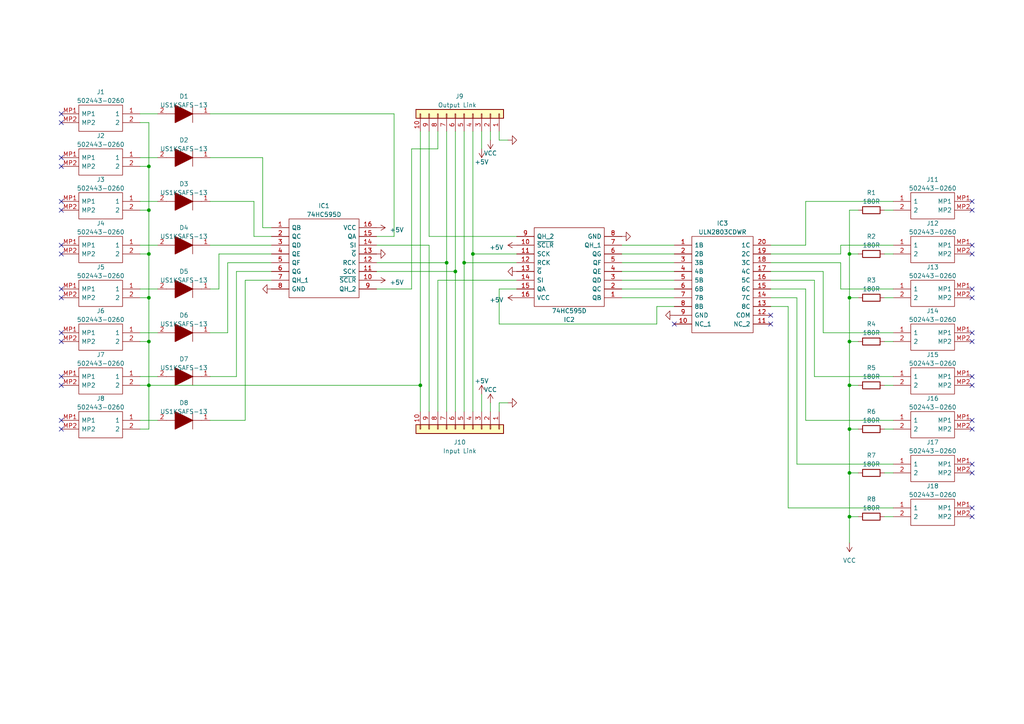
<source format=kicad_sch>
(kicad_sch (version 20230121) (generator eeschema)

  (uuid 01385e78-b397-48df-a82c-84bcb9b46b97)

  (paper "A4")

  (lib_symbols
    (symbol "Connector_Generic:Conn_01x10" (pin_names (offset 1.016) hide) (in_bom yes) (on_board yes)
      (property "Reference" "J" (at 0 12.7 0)
        (effects (font (size 1.27 1.27)))
      )
      (property "Value" "Conn_01x10" (at 0 -15.24 0)
        (effects (font (size 1.27 1.27)))
      )
      (property "Footprint" "" (at 0 0 0)
        (effects (font (size 1.27 1.27)) hide)
      )
      (property "Datasheet" "~" (at 0 0 0)
        (effects (font (size 1.27 1.27)) hide)
      )
      (property "ki_keywords" "connector" (at 0 0 0)
        (effects (font (size 1.27 1.27)) hide)
      )
      (property "ki_description" "Generic connector, single row, 01x10, script generated (kicad-library-utils/schlib/autogen/connector/)" (at 0 0 0)
        (effects (font (size 1.27 1.27)) hide)
      )
      (property "ki_fp_filters" "Connector*:*_1x??_*" (at 0 0 0)
        (effects (font (size 1.27 1.27)) hide)
      )
      (symbol "Conn_01x10_1_1"
        (rectangle (start -1.27 -12.573) (end 0 -12.827)
          (stroke (width 0.1524) (type default))
          (fill (type none))
        )
        (rectangle (start -1.27 -10.033) (end 0 -10.287)
          (stroke (width 0.1524) (type default))
          (fill (type none))
        )
        (rectangle (start -1.27 -7.493) (end 0 -7.747)
          (stroke (width 0.1524) (type default))
          (fill (type none))
        )
        (rectangle (start -1.27 -4.953) (end 0 -5.207)
          (stroke (width 0.1524) (type default))
          (fill (type none))
        )
        (rectangle (start -1.27 -2.413) (end 0 -2.667)
          (stroke (width 0.1524) (type default))
          (fill (type none))
        )
        (rectangle (start -1.27 0.127) (end 0 -0.127)
          (stroke (width 0.1524) (type default))
          (fill (type none))
        )
        (rectangle (start -1.27 2.667) (end 0 2.413)
          (stroke (width 0.1524) (type default))
          (fill (type none))
        )
        (rectangle (start -1.27 5.207) (end 0 4.953)
          (stroke (width 0.1524) (type default))
          (fill (type none))
        )
        (rectangle (start -1.27 7.747) (end 0 7.493)
          (stroke (width 0.1524) (type default))
          (fill (type none))
        )
        (rectangle (start -1.27 10.287) (end 0 10.033)
          (stroke (width 0.1524) (type default))
          (fill (type none))
        )
        (rectangle (start -1.27 11.43) (end 1.27 -13.97)
          (stroke (width 0.254) (type default))
          (fill (type background))
        )
        (pin passive line (at -5.08 10.16 0) (length 3.81)
          (name "Pin_1" (effects (font (size 1.27 1.27))))
          (number "1" (effects (font (size 1.27 1.27))))
        )
        (pin passive line (at -5.08 -12.7 0) (length 3.81)
          (name "Pin_10" (effects (font (size 1.27 1.27))))
          (number "10" (effects (font (size 1.27 1.27))))
        )
        (pin passive line (at -5.08 7.62 0) (length 3.81)
          (name "Pin_2" (effects (font (size 1.27 1.27))))
          (number "2" (effects (font (size 1.27 1.27))))
        )
        (pin passive line (at -5.08 5.08 0) (length 3.81)
          (name "Pin_3" (effects (font (size 1.27 1.27))))
          (number "3" (effects (font (size 1.27 1.27))))
        )
        (pin passive line (at -5.08 2.54 0) (length 3.81)
          (name "Pin_4" (effects (font (size 1.27 1.27))))
          (number "4" (effects (font (size 1.27 1.27))))
        )
        (pin passive line (at -5.08 0 0) (length 3.81)
          (name "Pin_5" (effects (font (size 1.27 1.27))))
          (number "5" (effects (font (size 1.27 1.27))))
        )
        (pin passive line (at -5.08 -2.54 0) (length 3.81)
          (name "Pin_6" (effects (font (size 1.27 1.27))))
          (number "6" (effects (font (size 1.27 1.27))))
        )
        (pin passive line (at -5.08 -5.08 0) (length 3.81)
          (name "Pin_7" (effects (font (size 1.27 1.27))))
          (number "7" (effects (font (size 1.27 1.27))))
        )
        (pin passive line (at -5.08 -7.62 0) (length 3.81)
          (name "Pin_8" (effects (font (size 1.27 1.27))))
          (number "8" (effects (font (size 1.27 1.27))))
        )
        (pin passive line (at -5.08 -10.16 0) (length 3.81)
          (name "Pin_9" (effects (font (size 1.27 1.27))))
          (number "9" (effects (font (size 1.27 1.27))))
        )
      )
    )
    (symbol "Device:R" (pin_numbers hide) (pin_names (offset 0)) (in_bom yes) (on_board yes)
      (property "Reference" "R" (at 2.032 0 90)
        (effects (font (size 1.27 1.27)))
      )
      (property "Value" "R" (at 0 0 90)
        (effects (font (size 1.27 1.27)))
      )
      (property "Footprint" "" (at -1.778 0 90)
        (effects (font (size 1.27 1.27)) hide)
      )
      (property "Datasheet" "~" (at 0 0 0)
        (effects (font (size 1.27 1.27)) hide)
      )
      (property "ki_keywords" "R res resistor" (at 0 0 0)
        (effects (font (size 1.27 1.27)) hide)
      )
      (property "ki_description" "Resistor" (at 0 0 0)
        (effects (font (size 1.27 1.27)) hide)
      )
      (property "ki_fp_filters" "R_*" (at 0 0 0)
        (effects (font (size 1.27 1.27)) hide)
      )
      (symbol "R_0_1"
        (rectangle (start -1.016 -2.54) (end 1.016 2.54)
          (stroke (width 0.254) (type default))
          (fill (type none))
        )
      )
      (symbol "R_1_1"
        (pin passive line (at 0 3.81 270) (length 1.27)
          (name "~" (effects (font (size 1.27 1.27))))
          (number "1" (effects (font (size 1.27 1.27))))
        )
        (pin passive line (at 0 -3.81 90) (length 1.27)
          (name "~" (effects (font (size 1.27 1.27))))
          (number "2" (effects (font (size 1.27 1.27))))
        )
      )
    )
    (symbol "SamacSys_Parts:502443-0260" (pin_names (offset 0.762)) (in_bom yes) (on_board yes)
      (property "Reference" "J" (at 19.05 7.62 0)
        (effects (font (size 1.27 1.27)) (justify left))
      )
      (property "Value" "502443-0260" (at 19.05 5.08 0)
        (effects (font (size 1.27 1.27)) (justify left))
      )
      (property "Footprint" "5024430260" (at 19.05 2.54 0)
        (effects (font (size 1.27 1.27)) (justify left) hide)
      )
      (property "Datasheet" "https://www.molex.com/webdocs/datasheets/pdf/en-us/5024430260_PCB_RECEPTACLES.pdf" (at 19.05 0 0)
        (effects (font (size 1.27 1.27)) (justify left) hide)
      )
      (property "Description" "2.00mm Pitch CLIK-Mate Wire-to-Board PCB Receptacle, Single Row, Vertical,  Circuits" (at 19.05 -2.54 0)
        (effects (font (size 1.27 1.27)) (justify left) hide)
      )
      (property "Height" "7.7" (at 19.05 -5.08 0)
        (effects (font (size 1.27 1.27)) (justify left) hide)
      )
      (property "Mouser Part Number" "538-502443-0260" (at 19.05 -7.62 0)
        (effects (font (size 1.27 1.27)) (justify left) hide)
      )
      (property "Mouser Price/Stock" "https://www.mouser.co.uk/ProductDetail/Molex/502443-0260?qs=F5EMLAvA7IB1eqvjmGD9TQ%3D%3D" (at 19.05 -10.16 0)
        (effects (font (size 1.27 1.27)) (justify left) hide)
      )
      (property "Manufacturer_Name" "Molex" (at 19.05 -12.7 0)
        (effects (font (size 1.27 1.27)) (justify left) hide)
      )
      (property "Manufacturer_Part_Number" "502443-0260" (at 19.05 -15.24 0)
        (effects (font (size 1.27 1.27)) (justify left) hide)
      )
      (property "ki_description" "2.00mm Pitch CLIK-Mate Wire-to-Board PCB Receptacle, Single Row, Vertical,  Circuits" (at 0 0 0)
        (effects (font (size 1.27 1.27)) hide)
      )
      (symbol "502443-0260_0_0"
        (pin passive line (at 22.86 0 180) (length 5.08)
          (name "1" (effects (font (size 1.27 1.27))))
          (number "1" (effects (font (size 1.27 1.27))))
        )
        (pin passive line (at 22.86 -2.54 180) (length 5.08)
          (name "2" (effects (font (size 1.27 1.27))))
          (number "2" (effects (font (size 1.27 1.27))))
        )
        (pin passive line (at 0 0 0) (length 5.08)
          (name "MP1" (effects (font (size 1.27 1.27))))
          (number "MP1" (effects (font (size 1.27 1.27))))
        )
        (pin passive line (at 0 -2.54 0) (length 5.08)
          (name "MP2" (effects (font (size 1.27 1.27))))
          (number "MP2" (effects (font (size 1.27 1.27))))
        )
      )
      (symbol "502443-0260_0_1"
        (polyline
          (pts
            (xy 5.08 2.54)
            (xy 17.78 2.54)
            (xy 17.78 -5.08)
            (xy 5.08 -5.08)
            (xy 5.08 2.54)
          )
          (stroke (width 0.1524) (type solid))
          (fill (type none))
        )
      )
    )
    (symbol "SamacSys_Parts:74HC595D" (pin_names (offset 0.762)) (in_bom yes) (on_board yes)
      (property "Reference" "IC" (at 26.67 7.62 0)
        (effects (font (size 1.27 1.27)) (justify left))
      )
      (property "Value" "74HC595D" (at 26.67 5.08 0)
        (effects (font (size 1.27 1.27)) (justify left))
      )
      (property "Footprint" "SOIC127P600X175-16N" (at 26.67 2.54 0)
        (effects (font (size 1.27 1.27)) (justify left) hide)
      )
      (property "Datasheet" "https://toshiba.semicon-storage.com/info/docget.jsp?did=36768&prodName=74HC595D" (at 26.67 0 0)
        (effects (font (size 1.27 1.27)) (justify left) hide)
      )
      (property "Description" "Shift Register Single 8-Bit Serial to Serial/Parallel 16-Pin SOIC T/R" (at 26.67 -2.54 0)
        (effects (font (size 1.27 1.27)) (justify left) hide)
      )
      (property "Height" "1.75" (at 26.67 -5.08 0)
        (effects (font (size 1.27 1.27)) (justify left) hide)
      )
      (property "Mouser Part Number" "757-74HC595D" (at 26.67 -7.62 0)
        (effects (font (size 1.27 1.27)) (justify left) hide)
      )
      (property "Mouser Price/Stock" "https://www.mouser.co.uk/ProductDetail/Toshiba/74HC595D?qs=7EBvPakHacViJoQmXKcnew%3D%3D" (at 26.67 -10.16 0)
        (effects (font (size 1.27 1.27)) (justify left) hide)
      )
      (property "Manufacturer_Name" "Toshiba" (at 26.67 -12.7 0)
        (effects (font (size 1.27 1.27)) (justify left) hide)
      )
      (property "Manufacturer_Part_Number" "74HC595D" (at 26.67 -15.24 0)
        (effects (font (size 1.27 1.27)) (justify left) hide)
      )
      (property "ki_description" "Shift Register Single 8-Bit Serial to Serial/Parallel 16-Pin SOIC T/R" (at 0 0 0)
        (effects (font (size 1.27 1.27)) hide)
      )
      (symbol "74HC595D_0_0"
        (pin passive line (at 0 0 0) (length 5.08)
          (name "QB" (effects (font (size 1.27 1.27))))
          (number "1" (effects (font (size 1.27 1.27))))
        )
        (pin passive line (at 30.48 -15.24 180) (length 5.08)
          (name "~{SCLR}" (effects (font (size 1.27 1.27))))
          (number "10" (effects (font (size 1.27 1.27))))
        )
        (pin passive line (at 30.48 -12.7 180) (length 5.08)
          (name "SCK" (effects (font (size 1.27 1.27))))
          (number "11" (effects (font (size 1.27 1.27))))
        )
        (pin passive line (at 30.48 -10.16 180) (length 5.08)
          (name "RCK" (effects (font (size 1.27 1.27))))
          (number "12" (effects (font (size 1.27 1.27))))
        )
        (pin passive line (at 30.48 -7.62 180) (length 5.08)
          (name "~{G}" (effects (font (size 1.27 1.27))))
          (number "13" (effects (font (size 1.27 1.27))))
        )
        (pin passive line (at 30.48 -5.08 180) (length 5.08)
          (name "SI" (effects (font (size 1.27 1.27))))
          (number "14" (effects (font (size 1.27 1.27))))
        )
        (pin passive line (at 30.48 -2.54 180) (length 5.08)
          (name "QA" (effects (font (size 1.27 1.27))))
          (number "15" (effects (font (size 1.27 1.27))))
        )
        (pin passive line (at 30.48 0 180) (length 5.08)
          (name "VCC" (effects (font (size 1.27 1.27))))
          (number "16" (effects (font (size 1.27 1.27))))
        )
        (pin passive line (at 0 -2.54 0) (length 5.08)
          (name "QC" (effects (font (size 1.27 1.27))))
          (number "2" (effects (font (size 1.27 1.27))))
        )
        (pin passive line (at 0 -5.08 0) (length 5.08)
          (name "QD" (effects (font (size 1.27 1.27))))
          (number "3" (effects (font (size 1.27 1.27))))
        )
        (pin passive line (at 0 -7.62 0) (length 5.08)
          (name "QE" (effects (font (size 1.27 1.27))))
          (number "4" (effects (font (size 1.27 1.27))))
        )
        (pin passive line (at 0 -10.16 0) (length 5.08)
          (name "QF" (effects (font (size 1.27 1.27))))
          (number "5" (effects (font (size 1.27 1.27))))
        )
        (pin passive line (at 0 -12.7 0) (length 5.08)
          (name "QG" (effects (font (size 1.27 1.27))))
          (number "6" (effects (font (size 1.27 1.27))))
        )
        (pin passive line (at 0 -15.24 0) (length 5.08)
          (name "QH_1" (effects (font (size 1.27 1.27))))
          (number "7" (effects (font (size 1.27 1.27))))
        )
        (pin passive line (at 0 -17.78 0) (length 5.08)
          (name "GND" (effects (font (size 1.27 1.27))))
          (number "8" (effects (font (size 1.27 1.27))))
        )
        (pin passive line (at 30.48 -17.78 180) (length 5.08)
          (name "QH_2" (effects (font (size 1.27 1.27))))
          (number "9" (effects (font (size 1.27 1.27))))
        )
      )
      (symbol "74HC595D_0_1"
        (polyline
          (pts
            (xy 5.08 2.54)
            (xy 25.4 2.54)
            (xy 25.4 -20.32)
            (xy 5.08 -20.32)
            (xy 5.08 2.54)
          )
          (stroke (width 0.1524) (type solid))
          (fill (type none))
        )
      )
    )
    (symbol "SamacSys_Parts:ULN2803CDWR" (pin_names (offset 0.762)) (in_bom yes) (on_board yes)
      (property "Reference" "IC" (at 24.13 7.62 0)
        (effects (font (size 1.27 1.27)) (justify left))
      )
      (property "Value" "ULN2803CDWR" (at 24.13 5.08 0)
        (effects (font (size 1.27 1.27)) (justify left))
      )
      (property "Footprint" "SOIC127P1030X265-20N" (at 24.13 2.54 0)
        (effects (font (size 1.27 1.27)) (justify left) hide)
      )
      (property "Datasheet" "https://www.ti.com/lit/ds/symlink/uln2803c.pdf?ts=1664254346163&ref_url=https%253A%252F%252Fwww.ti.com%252Fproduct%252FULN2803C%253FkeyMatch%253DULN2803C%2526tisearch%253Dsearch-everything%2526usecase%253DGPN" (at 24.13 0 0)
        (effects (font (size 1.27 1.27)) (justify left) hide)
      )
      (property "Description" "Bipolar (BJT) Transistor Array 8 NPN Darlington 50V 500mA Surface Mount 20-SOIC" (at 24.13 -2.54 0)
        (effects (font (size 1.27 1.27)) (justify left) hide)
      )
      (property "Height" "2.65" (at 24.13 -5.08 0)
        (effects (font (size 1.27 1.27)) (justify left) hide)
      )
      (property "Mouser Part Number" "595-ULN2803CDWR" (at 24.13 -7.62 0)
        (effects (font (size 1.27 1.27)) (justify left) hide)
      )
      (property "Mouser Price/Stock" "https://www.mouser.co.uk/ProductDetail/Texas-Instruments/ULN2803CDWR?qs=vvQtp7zwQdMA2JP56CSJyQ%3D%3D" (at 24.13 -10.16 0)
        (effects (font (size 1.27 1.27)) (justify left) hide)
      )
      (property "Manufacturer_Name" "Texas Instruments" (at 24.13 -12.7 0)
        (effects (font (size 1.27 1.27)) (justify left) hide)
      )
      (property "Manufacturer_Part_Number" "ULN2803CDWR" (at 24.13 -15.24 0)
        (effects (font (size 1.27 1.27)) (justify left) hide)
      )
      (property "ki_description" "Bipolar (BJT) Transistor Array 8 NPN Darlington 50V 500mA Surface Mount 20-SOIC" (at 0 0 0)
        (effects (font (size 1.27 1.27)) hide)
      )
      (symbol "ULN2803CDWR_0_0"
        (pin passive line (at 0 0 0) (length 5.08)
          (name "1B" (effects (font (size 1.27 1.27))))
          (number "1" (effects (font (size 1.27 1.27))))
        )
        (pin passive line (at 0 -22.86 0) (length 5.08)
          (name "NC_1" (effects (font (size 1.27 1.27))))
          (number "10" (effects (font (size 1.27 1.27))))
        )
        (pin passive line (at 27.94 -22.86 180) (length 5.08)
          (name "NC_2" (effects (font (size 1.27 1.27))))
          (number "11" (effects (font (size 1.27 1.27))))
        )
        (pin passive line (at 27.94 -20.32 180) (length 5.08)
          (name "COM" (effects (font (size 1.27 1.27))))
          (number "12" (effects (font (size 1.27 1.27))))
        )
        (pin passive line (at 27.94 -17.78 180) (length 5.08)
          (name "8C" (effects (font (size 1.27 1.27))))
          (number "13" (effects (font (size 1.27 1.27))))
        )
        (pin passive line (at 27.94 -15.24 180) (length 5.08)
          (name "7C" (effects (font (size 1.27 1.27))))
          (number "14" (effects (font (size 1.27 1.27))))
        )
        (pin passive line (at 27.94 -12.7 180) (length 5.08)
          (name "6C" (effects (font (size 1.27 1.27))))
          (number "15" (effects (font (size 1.27 1.27))))
        )
        (pin passive line (at 27.94 -10.16 180) (length 5.08)
          (name "5C" (effects (font (size 1.27 1.27))))
          (number "16" (effects (font (size 1.27 1.27))))
        )
        (pin passive line (at 27.94 -7.62 180) (length 5.08)
          (name "4C" (effects (font (size 1.27 1.27))))
          (number "17" (effects (font (size 1.27 1.27))))
        )
        (pin passive line (at 27.94 -5.08 180) (length 5.08)
          (name "3C" (effects (font (size 1.27 1.27))))
          (number "18" (effects (font (size 1.27 1.27))))
        )
        (pin passive line (at 27.94 -2.54 180) (length 5.08)
          (name "2C" (effects (font (size 1.27 1.27))))
          (number "19" (effects (font (size 1.27 1.27))))
        )
        (pin passive line (at 0 -2.54 0) (length 5.08)
          (name "2B" (effects (font (size 1.27 1.27))))
          (number "2" (effects (font (size 1.27 1.27))))
        )
        (pin passive line (at 27.94 0 180) (length 5.08)
          (name "1C" (effects (font (size 1.27 1.27))))
          (number "20" (effects (font (size 1.27 1.27))))
        )
        (pin passive line (at 0 -5.08 0) (length 5.08)
          (name "3B" (effects (font (size 1.27 1.27))))
          (number "3" (effects (font (size 1.27 1.27))))
        )
        (pin passive line (at 0 -7.62 0) (length 5.08)
          (name "4B" (effects (font (size 1.27 1.27))))
          (number "4" (effects (font (size 1.27 1.27))))
        )
        (pin passive line (at 0 -10.16 0) (length 5.08)
          (name "5B" (effects (font (size 1.27 1.27))))
          (number "5" (effects (font (size 1.27 1.27))))
        )
        (pin passive line (at 0 -12.7 0) (length 5.08)
          (name "6B" (effects (font (size 1.27 1.27))))
          (number "6" (effects (font (size 1.27 1.27))))
        )
        (pin passive line (at 0 -15.24 0) (length 5.08)
          (name "7B" (effects (font (size 1.27 1.27))))
          (number "7" (effects (font (size 1.27 1.27))))
        )
        (pin passive line (at 0 -17.78 0) (length 5.08)
          (name "8B" (effects (font (size 1.27 1.27))))
          (number "8" (effects (font (size 1.27 1.27))))
        )
        (pin passive line (at 0 -20.32 0) (length 5.08)
          (name "GND" (effects (font (size 1.27 1.27))))
          (number "9" (effects (font (size 1.27 1.27))))
        )
      )
      (symbol "ULN2803CDWR_0_1"
        (polyline
          (pts
            (xy 5.08 2.54)
            (xy 22.86 2.54)
            (xy 22.86 -25.4)
            (xy 5.08 -25.4)
            (xy 5.08 2.54)
          )
          (stroke (width 0.1524) (type solid))
          (fill (type none))
        )
      )
    )
    (symbol "SamacSys_Parts:US1KSAFS-13" (pin_names (offset 0.762)) (in_bom yes) (on_board yes)
      (property "Reference" "D" (at 11.43 5.08 0)
        (effects (font (size 1.27 1.27)) (justify left))
      )
      (property "Value" "US1KSAFS-13" (at 11.43 2.54 0)
        (effects (font (size 1.27 1.27)) (justify left))
      )
      (property "Footprint" "SODFL4625X120N" (at 11.43 0 0)
        (effects (font (size 1.27 1.27)) (justify left) hide)
      )
      (property "Datasheet" "https://www.mouser.co.uk/datasheet/2/115/US1KSAFS-1019737.pdf" (at 11.43 -2.54 0)
        (effects (font (size 1.27 1.27)) (justify left) hide)
      )
      (property "Description" "Rectifiers Ultrafast Recovery Rectifier SMAF" (at 11.43 -5.08 0)
        (effects (font (size 1.27 1.27)) (justify left) hide)
      )
      (property "Height" "1.2" (at 11.43 -7.62 0)
        (effects (font (size 1.27 1.27)) (justify left) hide)
      )
      (property "Mouser Part Number" "621-US1KSAFS-13" (at 11.43 -10.16 0)
        (effects (font (size 1.27 1.27)) (justify left) hide)
      )
      (property "Mouser Price/Stock" "https://www.mouser.co.uk/ProductDetail/Diodes-Incorporated/US1KSAFS-13?qs=G1ssh2j%252Bqz6CkWo2cgRATw%3D%3D" (at 11.43 -12.7 0)
        (effects (font (size 1.27 1.27)) (justify left) hide)
      )
      (property "Manufacturer_Name" "Diodes Inc." (at 11.43 -15.24 0)
        (effects (font (size 1.27 1.27)) (justify left) hide)
      )
      (property "Manufacturer_Part_Number" "US1KSAFS-13" (at 11.43 -17.78 0)
        (effects (font (size 1.27 1.27)) (justify left) hide)
      )
      (property "ki_description" "Rectifiers Ultrafast Recovery Rectifier SMAF" (at 0 0 0)
        (effects (font (size 1.27 1.27)) hide)
      )
      (symbol "US1KSAFS-13_0_0"
        (pin passive line (at 0 0 0) (length 2.54)
          (name "~" (effects (font (size 1.27 1.27))))
          (number "1" (effects (font (size 1.27 1.27))))
        )
        (pin passive line (at 15.24 0 180) (length 2.54)
          (name "~" (effects (font (size 1.27 1.27))))
          (number "2" (effects (font (size 1.27 1.27))))
        )
      )
      (symbol "US1KSAFS-13_0_1"
        (polyline
          (pts
            (xy 2.54 0)
            (xy 5.08 0)
          )
          (stroke (width 0.1524) (type solid))
          (fill (type none))
        )
        (polyline
          (pts
            (xy 5.08 2.54)
            (xy 5.08 -2.54)
          )
          (stroke (width 0.1524) (type solid))
          (fill (type none))
        )
        (polyline
          (pts
            (xy 10.16 0)
            (xy 12.7 0)
          )
          (stroke (width 0.1524) (type solid))
          (fill (type none))
        )
        (polyline
          (pts
            (xy 5.08 0)
            (xy 10.16 2.54)
            (xy 10.16 -2.54)
            (xy 5.08 0)
          )
          (stroke (width 0.254) (type solid))
          (fill (type outline))
        )
      )
    )
    (symbol "power:+5V" (power) (pin_names (offset 0)) (in_bom yes) (on_board yes)
      (property "Reference" "#PWR" (at 0 -3.81 0)
        (effects (font (size 1.27 1.27)) hide)
      )
      (property "Value" "+5V" (at 0 3.556 0)
        (effects (font (size 1.27 1.27)))
      )
      (property "Footprint" "" (at 0 0 0)
        (effects (font (size 1.27 1.27)) hide)
      )
      (property "Datasheet" "" (at 0 0 0)
        (effects (font (size 1.27 1.27)) hide)
      )
      (property "ki_keywords" "global power" (at 0 0 0)
        (effects (font (size 1.27 1.27)) hide)
      )
      (property "ki_description" "Power symbol creates a global label with name \"+5V\"" (at 0 0 0)
        (effects (font (size 1.27 1.27)) hide)
      )
      (symbol "+5V_0_1"
        (polyline
          (pts
            (xy -0.762 1.27)
            (xy 0 2.54)
          )
          (stroke (width 0) (type default))
          (fill (type none))
        )
        (polyline
          (pts
            (xy 0 0)
            (xy 0 2.54)
          )
          (stroke (width 0) (type default))
          (fill (type none))
        )
        (polyline
          (pts
            (xy 0 2.54)
            (xy 0.762 1.27)
          )
          (stroke (width 0) (type default))
          (fill (type none))
        )
      )
      (symbol "+5V_1_1"
        (pin power_in line (at 0 0 90) (length 0) hide
          (name "+5V" (effects (font (size 1.27 1.27))))
          (number "1" (effects (font (size 1.27 1.27))))
        )
      )
    )
    (symbol "power:GND" (power) (pin_names (offset 0)) (in_bom yes) (on_board yes)
      (property "Reference" "#PWR" (at 0 -6.35 0)
        (effects (font (size 1.27 1.27)) hide)
      )
      (property "Value" "GND" (at 0 -3.81 0)
        (effects (font (size 1.27 1.27)))
      )
      (property "Footprint" "" (at 0 0 0)
        (effects (font (size 1.27 1.27)) hide)
      )
      (property "Datasheet" "" (at 0 0 0)
        (effects (font (size 1.27 1.27)) hide)
      )
      (property "ki_keywords" "global power" (at 0 0 0)
        (effects (font (size 1.27 1.27)) hide)
      )
      (property "ki_description" "Power symbol creates a global label with name \"GND\" , ground" (at 0 0 0)
        (effects (font (size 1.27 1.27)) hide)
      )
      (symbol "GND_0_1"
        (polyline
          (pts
            (xy 0 0)
            (xy 0 -1.27)
            (xy 1.27 -1.27)
            (xy 0 -2.54)
            (xy -1.27 -1.27)
            (xy 0 -1.27)
          )
          (stroke (width 0) (type default))
          (fill (type none))
        )
      )
      (symbol "GND_1_1"
        (pin power_in line (at 0 0 270) (length 0) hide
          (name "GND" (effects (font (size 1.27 1.27))))
          (number "1" (effects (font (size 1.27 1.27))))
        )
      )
    )
    (symbol "power:VCC" (power) (pin_names (offset 0)) (in_bom yes) (on_board yes)
      (property "Reference" "#PWR" (at 0 -3.81 0)
        (effects (font (size 1.27 1.27)) hide)
      )
      (property "Value" "VCC" (at 0 3.81 0)
        (effects (font (size 1.27 1.27)))
      )
      (property "Footprint" "" (at 0 0 0)
        (effects (font (size 1.27 1.27)) hide)
      )
      (property "Datasheet" "" (at 0 0 0)
        (effects (font (size 1.27 1.27)) hide)
      )
      (property "ki_keywords" "global power" (at 0 0 0)
        (effects (font (size 1.27 1.27)) hide)
      )
      (property "ki_description" "Power symbol creates a global label with name \"VCC\"" (at 0 0 0)
        (effects (font (size 1.27 1.27)) hide)
      )
      (symbol "VCC_0_1"
        (polyline
          (pts
            (xy -0.762 1.27)
            (xy 0 2.54)
          )
          (stroke (width 0) (type default))
          (fill (type none))
        )
        (polyline
          (pts
            (xy 0 0)
            (xy 0 2.54)
          )
          (stroke (width 0) (type default))
          (fill (type none))
        )
        (polyline
          (pts
            (xy 0 2.54)
            (xy 0.762 1.27)
          )
          (stroke (width 0) (type default))
          (fill (type none))
        )
      )
      (symbol "VCC_1_1"
        (pin power_in line (at 0 0 90) (length 0) hide
          (name "VCC" (effects (font (size 1.27 1.27))))
          (number "1" (effects (font (size 1.27 1.27))))
        )
      )
    )
  )


  (junction (at 246.38 149.86) (diameter 0) (color 0 0 0 0)
    (uuid 091a5eed-7f9b-49e2-bb33-a11783d99e11)
  )
  (junction (at 246.38 111.76) (diameter 0) (color 0 0 0 0)
    (uuid 13628f65-bbac-41f1-b51e-0794cb047934)
  )
  (junction (at 43.18 48.26) (diameter 0) (color 0 0 0 0)
    (uuid 171a02d1-ddfe-497a-8734-8d4031f5110c)
  )
  (junction (at 43.18 60.96) (diameter 0) (color 0 0 0 0)
    (uuid 1c0d7b91-f536-4d41-92e7-7ebdcb45a77d)
  )
  (junction (at 129.54 76.2) (diameter 0) (color 0 0 0 0)
    (uuid 2c2f1d28-c2a0-40bb-9903-2ea25829d9db)
  )
  (junction (at 43.18 73.66) (diameter 0) (color 0 0 0 0)
    (uuid 328d948c-5f8e-4b87-b58e-2d4f157079c8)
  )
  (junction (at 246.38 86.36) (diameter 0) (color 0 0 0 0)
    (uuid 359bd06d-da15-427c-93c9-3b013b69eedb)
  )
  (junction (at 246.38 124.46) (diameter 0) (color 0 0 0 0)
    (uuid 35ff6c6a-d207-4a7f-b404-a4338c458163)
  )
  (junction (at 43.18 86.36) (diameter 0) (color 0 0 0 0)
    (uuid 6f86d140-5ee4-4e73-b873-7fb4db79b8fa)
  )
  (junction (at 121.92 111.76) (diameter 0) (color 0 0 0 0)
    (uuid ac04c9b8-7149-456d-ae05-9e7411705a96)
  )
  (junction (at 134.62 76.2) (diameter 0) (color 0 0 0 0)
    (uuid d4dc5105-7a02-4935-86ae-9bcbde433525)
  )
  (junction (at 246.38 99.06) (diameter 0) (color 0 0 0 0)
    (uuid d915c30e-c06a-487b-bc5c-55b47a3b494a)
  )
  (junction (at 132.08 78.74) (diameter 0) (color 0 0 0 0)
    (uuid dbfbd166-cb8a-4d4e-8915-d0499e7f0c84)
  )
  (junction (at 137.16 73.66) (diameter 0) (color 0 0 0 0)
    (uuid e355452d-48f2-460c-a0c1-632de0835c26)
  )
  (junction (at 246.38 73.66) (diameter 0) (color 0 0 0 0)
    (uuid f7a7cc98-5c5a-4fe1-a133-364ff187591c)
  )
  (junction (at 43.18 99.06) (diameter 0) (color 0 0 0 0)
    (uuid f924726f-9736-4f2a-a005-5b342c481cf7)
  )
  (junction (at 43.18 111.76) (diameter 0) (color 0 0 0 0)
    (uuid f9437a5b-4f88-4d1c-9abd-33e563062b23)
  )
  (junction (at 246.38 137.16) (diameter 0) (color 0 0 0 0)
    (uuid fbf3ad16-e051-4cf2-9aa4-126459fefb9f)
  )

  (no_connect (at 281.94 121.92) (uuid 01ad91da-b1f1-4339-ac0a-9683360f2a0e))
  (no_connect (at 281.94 86.36) (uuid 0fabb404-5f3d-4209-8943-fe2decb126d8))
  (no_connect (at 195.58 93.98) (uuid 1ad602f7-778b-423e-9b7c-467ddbf3ab46))
  (no_connect (at 281.94 111.76) (uuid 2154b27b-2d74-4815-85c6-b2891f48b209))
  (no_connect (at 17.78 48.26) (uuid 2545193a-6808-4e65-bb39-c0c493434868))
  (no_connect (at 17.78 109.22) (uuid 26f5f6e8-744c-46f2-bb4c-53a3eefe03a8))
  (no_connect (at 281.94 58.42) (uuid 293bdc7d-960a-4fb9-b78f-50929471c62d))
  (no_connect (at 281.94 73.66) (uuid 37e20174-f3ee-4c2a-9769-dbeaa9b62417))
  (no_connect (at 17.78 99.06) (uuid 39cf3b3a-df84-4b80-b1ab-e0a0e2b14952))
  (no_connect (at 17.78 83.82) (uuid 3b6b7630-c156-4d53-addc-bd5d9b85ea4d))
  (no_connect (at 17.78 86.36) (uuid 40849f5f-9daa-49a1-80b3-9cbce8c65da7))
  (no_connect (at 281.94 149.86) (uuid 4184173d-a008-40cd-81b9-95beaec31a75))
  (no_connect (at 17.78 71.12) (uuid 49bdd7a6-ff2c-483b-b690-ab32fd7bce82))
  (no_connect (at 17.78 124.46) (uuid 49ca40ad-1462-4978-9b93-46eebf2e810a))
  (no_connect (at 281.94 109.22) (uuid 4a667413-b976-4463-a005-567aab6d0ceb))
  (no_connect (at 281.94 71.12) (uuid 506115da-debe-4d2f-91a4-7515728e4b37))
  (no_connect (at 17.78 33.02) (uuid 5ebc75ca-2192-4c8c-8ad1-7989ea7dbfc2))
  (no_connect (at 223.52 93.98) (uuid 6a229d6d-4b96-48df-94d1-01989fdee4ef))
  (no_connect (at 223.52 91.44) (uuid 7613d2ca-a78a-442d-801f-0a2f3266f504))
  (no_connect (at 281.94 99.06) (uuid 7b6ac8d6-6101-48d2-aae3-716256fd0a7b))
  (no_connect (at 281.94 134.62) (uuid 7ec3cb5d-9d9a-4119-a7b9-b2d79ac5a7cf))
  (no_connect (at 17.78 58.42) (uuid 7fc97e5b-b2f7-428f-b7be-ab5e1df3e9a5))
  (no_connect (at 281.94 124.46) (uuid 847dacbc-1eeb-4ea8-a196-b0af091cd77d))
  (no_connect (at 17.78 73.66) (uuid 8760a226-5409-430d-a49d-e9122f3bdeda))
  (no_connect (at 281.94 60.96) (uuid 89551117-50f3-4fe5-adee-ab1559ffc740))
  (no_connect (at 281.94 96.52) (uuid 8e2e78c7-eca9-49dd-a9ba-4b909e8f9010))
  (no_connect (at 17.78 60.96) (uuid 8f8dea8f-3939-4e9c-928a-3ea9102bd9f5))
  (no_connect (at 281.94 147.32) (uuid 974b074f-e18f-443b-b83a-4bfccaf22183))
  (no_connect (at 17.78 111.76) (uuid ad288b57-7d6e-48c5-a4ff-c05d2c9a8286))
  (no_connect (at 17.78 35.56) (uuid b01decd4-3e0b-42fb-bfa8-ee58f3064935))
  (no_connect (at 17.78 121.92) (uuid b84b7d93-906e-44d8-aa1c-f632b0724881))
  (no_connect (at 17.78 96.52) (uuid c2b5d76e-bdb3-4f55-8eb8-ba45699ccc3b))
  (no_connect (at 281.94 137.16) (uuid c30d3793-7094-40e1-a023-ba0c31a7ab8c))
  (no_connect (at 17.78 45.72) (uuid e8163dd8-75a5-4a65-957d-6682d48b754e))
  (no_connect (at 281.94 83.82) (uuid ea042532-6fc4-45ae-a9b0-72097123ebb2))

  (wire (pts (xy 124.46 68.58) (xy 124.46 38.1))
    (stroke (width 0) (type default))
    (uuid 00172e23-0d73-497d-82ae-ee669a61ed9a)
  )
  (wire (pts (xy 137.16 73.66) (xy 137.16 119.38))
    (stroke (width 0) (type default))
    (uuid 012aa319-b7b2-43a0-9c97-22b94d8b1208)
  )
  (wire (pts (xy 180.34 81.28) (xy 195.58 81.28))
    (stroke (width 0) (type default))
    (uuid 044a6065-962d-45e9-a44d-a1647f092c9b)
  )
  (wire (pts (xy 71.12 121.92) (xy 71.12 81.28))
    (stroke (width 0) (type default))
    (uuid 09f19142-dbcf-4e8c-8a06-1610f3401fdf)
  )
  (wire (pts (xy 40.64 48.26) (xy 43.18 48.26))
    (stroke (width 0) (type default))
    (uuid 0b4cdd28-c798-44bd-bb72-a522f2184e93)
  )
  (wire (pts (xy 40.64 86.36) (xy 43.18 86.36))
    (stroke (width 0) (type default))
    (uuid 0c162724-2117-4080-9da8-7ec44dff8eb1)
  )
  (wire (pts (xy 68.58 78.74) (xy 78.74 78.74))
    (stroke (width 0) (type default))
    (uuid 0c9a7f46-42ae-44ae-82c2-2f3a6d60ce37)
  )
  (wire (pts (xy 137.16 38.1) (xy 137.16 73.66))
    (stroke (width 0) (type default))
    (uuid 0e20775f-bd78-4889-9bc7-913da4f58f4a)
  )
  (wire (pts (xy 256.54 73.66) (xy 259.08 73.66))
    (stroke (width 0) (type default))
    (uuid 0e29c1cf-f6fc-42fb-8e04-ed6be8bb6a1f)
  )
  (wire (pts (xy 40.64 33.02) (xy 45.72 33.02))
    (stroke (width 0) (type default))
    (uuid 0e8495c5-34b5-40e2-b014-1eb160fe0fc2)
  )
  (wire (pts (xy 66.04 76.2) (xy 78.74 76.2))
    (stroke (width 0) (type default))
    (uuid 13343891-233a-4e15-bfda-d6978a8269ab)
  )
  (wire (pts (xy 246.38 111.76) (xy 248.92 111.76))
    (stroke (width 0) (type default))
    (uuid 13716df0-ed5b-4199-9ee6-236992068776)
  )
  (wire (pts (xy 40.64 58.42) (xy 45.72 58.42))
    (stroke (width 0) (type default))
    (uuid 14726aef-c453-41b8-a09f-3fcd56007f0a)
  )
  (wire (pts (xy 149.86 83.82) (xy 144.78 83.82))
    (stroke (width 0) (type default))
    (uuid 15ea605f-37af-42b9-9b48-6d3b165a1380)
  )
  (wire (pts (xy 233.68 121.92) (xy 259.08 121.92))
    (stroke (width 0) (type default))
    (uuid 18407514-63f3-4028-87b6-05cace48520f)
  )
  (wire (pts (xy 144.78 83.82) (xy 144.78 93.98))
    (stroke (width 0) (type default))
    (uuid 18544f26-6c3a-495b-a966-5604d2885147)
  )
  (wire (pts (xy 109.22 76.2) (xy 129.54 76.2))
    (stroke (width 0) (type default))
    (uuid 1b85d1dd-37be-4f0d-83cf-753a474cefa6)
  )
  (wire (pts (xy 78.74 66.04) (xy 76.2 66.04))
    (stroke (width 0) (type default))
    (uuid 220a0f0b-f27e-49b9-b63f-3bfa26540443)
  )
  (wire (pts (xy 144.78 38.1) (xy 144.78 40.64))
    (stroke (width 0) (type default))
    (uuid 22c9d2af-b8cb-4880-8100-72b9a183c1a3)
  )
  (wire (pts (xy 68.58 109.22) (xy 68.58 78.74))
    (stroke (width 0) (type default))
    (uuid 27710c5d-78d7-44c1-a112-c8c3a22b2b27)
  )
  (wire (pts (xy 233.68 58.42) (xy 233.68 71.12))
    (stroke (width 0) (type default))
    (uuid 294a5589-cffb-4470-9758-9b15771d529c)
  )
  (wire (pts (xy 246.38 124.46) (xy 246.38 111.76))
    (stroke (width 0) (type default))
    (uuid 2adebc07-2fe2-4ced-984e-57f2169d5c9a)
  )
  (wire (pts (xy 43.18 111.76) (xy 43.18 124.46))
    (stroke (width 0) (type default))
    (uuid 2c2a273b-b7e8-4c32-ae1b-ca4d07df8b9f)
  )
  (wire (pts (xy 60.96 33.02) (xy 114.3 33.02))
    (stroke (width 0) (type default))
    (uuid 2c75c1a3-0430-427e-9329-a6dcb9355230)
  )
  (wire (pts (xy 180.34 76.2) (xy 195.58 76.2))
    (stroke (width 0) (type default))
    (uuid 30813e71-f099-433d-aa20-e47acdc5a2f0)
  )
  (wire (pts (xy 109.22 83.82) (xy 119.38 83.82))
    (stroke (width 0) (type default))
    (uuid 32464524-fc55-48df-80af-d82db95ae5a6)
  )
  (wire (pts (xy 246.38 124.46) (xy 248.92 124.46))
    (stroke (width 0) (type default))
    (uuid 3b789c56-c1e7-435c-a850-84bab6851dd6)
  )
  (wire (pts (xy 60.96 71.12) (xy 78.74 71.12))
    (stroke (width 0) (type default))
    (uuid 3e420c72-8d0e-4a38-a3ed-01ff447c907c)
  )
  (wire (pts (xy 246.38 149.86) (xy 246.38 137.16))
    (stroke (width 0) (type default))
    (uuid 3e792766-28aa-498b-867e-e6870e706f68)
  )
  (wire (pts (xy 223.52 88.9) (xy 228.6 88.9))
    (stroke (width 0) (type default))
    (uuid 401b86fe-c7fe-4758-a5c5-89dc025562eb)
  )
  (wire (pts (xy 228.6 147.32) (xy 259.08 147.32))
    (stroke (width 0) (type default))
    (uuid 416fa51c-8c19-4ca2-91b5-123d76f35e8f)
  )
  (wire (pts (xy 63.5 83.82) (xy 63.5 73.66))
    (stroke (width 0) (type default))
    (uuid 42baeb58-b4c6-4cea-972c-7482e13b789b)
  )
  (wire (pts (xy 246.38 149.86) (xy 248.92 149.86))
    (stroke (width 0) (type default))
    (uuid 42c2a9c9-79d9-41a7-9dc6-392c1ddf7636)
  )
  (wire (pts (xy 246.38 73.66) (xy 246.38 60.96))
    (stroke (width 0) (type default))
    (uuid 4702c3ed-4d61-430a-8fd8-11c164924346)
  )
  (wire (pts (xy 73.66 58.42) (xy 73.66 68.58))
    (stroke (width 0) (type default))
    (uuid 47d8811e-83ef-492a-ae89-8cbe5197ea5a)
  )
  (wire (pts (xy 149.86 76.2) (xy 134.62 76.2))
    (stroke (width 0) (type default))
    (uuid 4c39c383-3d22-4a4c-aff1-38b8e9b22c1c)
  )
  (wire (pts (xy 132.08 78.74) (xy 132.08 119.38))
    (stroke (width 0) (type default))
    (uuid 4f1f9a1f-4f76-40b9-aac1-a009ac3fca4b)
  )
  (wire (pts (xy 43.18 99.06) (xy 43.18 111.76))
    (stroke (width 0) (type default))
    (uuid 5230d6b7-d31b-478a-9ba4-c0f5848108ee)
  )
  (wire (pts (xy 129.54 38.1) (xy 129.54 76.2))
    (stroke (width 0) (type default))
    (uuid 566305d7-6786-4616-af18-c8f2cc6dc5d5)
  )
  (wire (pts (xy 43.18 73.66) (xy 43.18 86.36))
    (stroke (width 0) (type default))
    (uuid 56b4697c-42db-461e-944a-db6128383913)
  )
  (wire (pts (xy 66.04 96.52) (xy 66.04 76.2))
    (stroke (width 0) (type default))
    (uuid 5781e3e2-7c8a-4640-a1cb-cb111f5ea19a)
  )
  (wire (pts (xy 40.64 96.52) (xy 45.72 96.52))
    (stroke (width 0) (type default))
    (uuid 5b9ae4ff-ed62-42a6-a241-413130a163a4)
  )
  (wire (pts (xy 134.62 76.2) (xy 134.62 119.38))
    (stroke (width 0) (type default))
    (uuid 5eec6562-2e5f-44c5-9fe5-bc5ad632f529)
  )
  (wire (pts (xy 127 43.18) (xy 127 38.1))
    (stroke (width 0) (type default))
    (uuid 5ef2509b-834c-4309-936c-31ce0ba6dce6)
  )
  (wire (pts (xy 238.76 78.74) (xy 238.76 96.52))
    (stroke (width 0) (type default))
    (uuid 5f28f984-230c-4e94-8db3-365243d00ae1)
  )
  (wire (pts (xy 109.22 68.58) (xy 114.3 68.58))
    (stroke (width 0) (type default))
    (uuid 5fdb92b3-661d-4b14-a765-d0b1942bbdc1)
  )
  (wire (pts (xy 43.18 60.96) (xy 43.18 73.66))
    (stroke (width 0) (type default))
    (uuid 63b12c66-cf67-4e8e-9f48-b6fdda0f8fb2)
  )
  (wire (pts (xy 40.64 71.12) (xy 45.72 71.12))
    (stroke (width 0) (type default))
    (uuid 6458f5a4-7735-4c5d-a9df-e2e60d334103)
  )
  (wire (pts (xy 132.08 38.1) (xy 132.08 78.74))
    (stroke (width 0) (type default))
    (uuid 64f4d349-de64-4a1c-8932-fb2fda39aa1b)
  )
  (wire (pts (xy 246.38 86.36) (xy 246.38 73.66))
    (stroke (width 0) (type default))
    (uuid 66a0d110-712d-43f1-804b-28d1450cd057)
  )
  (wire (pts (xy 43.18 111.76) (xy 121.92 111.76))
    (stroke (width 0) (type default))
    (uuid 6840ea03-43ed-49b2-a6f1-1528067320d7)
  )
  (wire (pts (xy 109.22 78.74) (xy 132.08 78.74))
    (stroke (width 0) (type default))
    (uuid 6ada159c-ab55-4834-922b-dd8334112713)
  )
  (wire (pts (xy 256.54 60.96) (xy 259.08 60.96))
    (stroke (width 0) (type default))
    (uuid 6adeefa0-77a0-498d-9002-d653d40dc6e1)
  )
  (wire (pts (xy 149.86 73.66) (xy 137.16 73.66))
    (stroke (width 0) (type default))
    (uuid 6f89785f-9992-4ba1-a46c-481d63cbeb3e)
  )
  (wire (pts (xy 124.46 68.58) (xy 149.86 68.58))
    (stroke (width 0) (type default))
    (uuid 6ff0bccc-c7f9-4a15-82d7-26d7e06119f3)
  )
  (wire (pts (xy 60.96 83.82) (xy 63.5 83.82))
    (stroke (width 0) (type default))
    (uuid 72cddf5a-03db-4634-8fc3-6c965b71b1fb)
  )
  (wire (pts (xy 223.52 81.28) (xy 236.22 81.28))
    (stroke (width 0) (type default))
    (uuid 773ac977-ea57-4d8e-95af-e2571bd570fe)
  )
  (wire (pts (xy 246.38 99.06) (xy 246.38 86.36))
    (stroke (width 0) (type default))
    (uuid 7dcc77e5-d1e8-429e-a5d1-4a4f566f45ad)
  )
  (wire (pts (xy 144.78 116.84) (xy 147.32 116.84))
    (stroke (width 0) (type default))
    (uuid 85e7d334-6d49-4d05-b966-0d6aafe15d0f)
  )
  (wire (pts (xy 190.5 93.98) (xy 190.5 88.9))
    (stroke (width 0) (type default))
    (uuid 86cab084-baa3-4f75-ac57-3276f78728c9)
  )
  (wire (pts (xy 142.24 116.84) (xy 142.24 119.38))
    (stroke (width 0) (type default))
    (uuid 87a3a2b0-ec94-4978-97c5-6b37420b4024)
  )
  (wire (pts (xy 246.38 137.16) (xy 246.38 124.46))
    (stroke (width 0) (type default))
    (uuid 88524883-08bb-4605-9dac-fc7a4910e9b4)
  )
  (wire (pts (xy 256.54 137.16) (xy 259.08 137.16))
    (stroke (width 0) (type default))
    (uuid 8852c61f-b964-4a5c-a9e8-3e2c086e155b)
  )
  (wire (pts (xy 144.78 40.64) (xy 147.32 40.64))
    (stroke (width 0) (type default))
    (uuid 8c94ba81-973a-473c-9c6d-133a8048e441)
  )
  (wire (pts (xy 246.38 73.66) (xy 248.92 73.66))
    (stroke (width 0) (type default))
    (uuid 8cc4735b-c438-4869-8254-cffd600e51e6)
  )
  (wire (pts (xy 40.64 124.46) (xy 43.18 124.46))
    (stroke (width 0) (type default))
    (uuid 8d5fc0c3-7516-44c4-b470-41673617d04b)
  )
  (wire (pts (xy 60.96 45.72) (xy 76.2 45.72))
    (stroke (width 0) (type default))
    (uuid 8fefa0d5-f8c6-43da-a60f-b09109e084e8)
  )
  (wire (pts (xy 71.12 81.28) (xy 78.74 81.28))
    (stroke (width 0) (type default))
    (uuid 90e1eb3f-9da4-466a-bf75-5fd561e11688)
  )
  (wire (pts (xy 127 119.38) (xy 127 81.28))
    (stroke (width 0) (type default))
    (uuid 96d96f09-bf64-4b3f-99c0-5838177f3283)
  )
  (wire (pts (xy 246.38 99.06) (xy 248.92 99.06))
    (stroke (width 0) (type default))
    (uuid 9805a017-eaba-4244-bfe0-51c02ba5d09b)
  )
  (wire (pts (xy 63.5 73.66) (xy 78.74 73.66))
    (stroke (width 0) (type default))
    (uuid 99f6960e-1f90-41e1-902f-c297f6b03905)
  )
  (wire (pts (xy 109.22 71.12) (xy 124.46 71.12))
    (stroke (width 0) (type default))
    (uuid 9b944544-fd80-4923-a93a-064b298788dd)
  )
  (wire (pts (xy 139.7 38.1) (xy 139.7 43.18))
    (stroke (width 0) (type default))
    (uuid 9b9dfb3b-aa9b-42ff-8f1a-bcd096e0fe30)
  )
  (wire (pts (xy 180.34 73.66) (xy 195.58 73.66))
    (stroke (width 0) (type default))
    (uuid 9c45643f-441b-495a-bce5-f177f441d0c0)
  )
  (wire (pts (xy 124.46 71.12) (xy 124.46 119.38))
    (stroke (width 0) (type default))
    (uuid a11965cd-4166-4e0f-b591-7a4546d37280)
  )
  (wire (pts (xy 43.18 35.56) (xy 43.18 48.26))
    (stroke (width 0) (type default))
    (uuid a14f1cd4-af75-44a4-9a63-9a4d9864ebe9)
  )
  (wire (pts (xy 40.64 73.66) (xy 43.18 73.66))
    (stroke (width 0) (type default))
    (uuid a3782c6c-042a-405c-928c-7a0e021ed98d)
  )
  (wire (pts (xy 60.96 96.52) (xy 66.04 96.52))
    (stroke (width 0) (type default))
    (uuid a40cfd94-a9a6-4a05-b934-c5efe56b9375)
  )
  (wire (pts (xy 256.54 149.86) (xy 259.08 149.86))
    (stroke (width 0) (type default))
    (uuid a453599f-7d4a-4fa1-bab7-833657b0e14c)
  )
  (wire (pts (xy 223.52 86.36) (xy 231.14 86.36))
    (stroke (width 0) (type default))
    (uuid a4b8f30f-410d-40e2-ab8f-3a590c107bb8)
  )
  (wire (pts (xy 40.64 35.56) (xy 43.18 35.56))
    (stroke (width 0) (type default))
    (uuid a53bbcfa-d1e0-43ef-9c66-5fc2b4dca62d)
  )
  (wire (pts (xy 223.52 78.74) (xy 238.76 78.74))
    (stroke (width 0) (type default))
    (uuid a68efcf3-248e-4c32-9285-e4cd3de26b0c)
  )
  (wire (pts (xy 60.96 58.42) (xy 73.66 58.42))
    (stroke (width 0) (type default))
    (uuid a79168d6-e680-45ce-8367-1f175f907f54)
  )
  (wire (pts (xy 76.2 66.04) (xy 76.2 45.72))
    (stroke (width 0) (type default))
    (uuid a7bc1df6-a505-4a5e-8868-0763492bbb1a)
  )
  (wire (pts (xy 43.18 86.36) (xy 43.18 99.06))
    (stroke (width 0) (type default))
    (uuid a8007a40-e954-4245-9a41-dbff75852151)
  )
  (wire (pts (xy 231.14 134.62) (xy 259.08 134.62))
    (stroke (width 0) (type default))
    (uuid ac6c9029-8f1e-4352-b90b-06a22f252142)
  )
  (wire (pts (xy 142.24 38.1) (xy 142.24 40.64))
    (stroke (width 0) (type default))
    (uuid ad4ac5e3-46c8-4fc4-835c-c805c881a85c)
  )
  (wire (pts (xy 40.64 121.92) (xy 45.72 121.92))
    (stroke (width 0) (type default))
    (uuid b02d0ad8-ead6-4423-91a8-4d83b534b2b4)
  )
  (wire (pts (xy 119.38 83.82) (xy 119.38 43.18))
    (stroke (width 0) (type default))
    (uuid b1e6bc9f-951d-4f49-af7d-aa1d57d33659)
  )
  (wire (pts (xy 233.68 83.82) (xy 233.68 121.92))
    (stroke (width 0) (type default))
    (uuid b4464e2f-a425-4a19-9247-4911359144d5)
  )
  (wire (pts (xy 121.92 111.76) (xy 121.92 119.38))
    (stroke (width 0) (type default))
    (uuid b46c44f8-3584-4b7f-9ccb-1da40c6aac6d)
  )
  (wire (pts (xy 180.34 86.36) (xy 195.58 86.36))
    (stroke (width 0) (type default))
    (uuid b5191522-d2c9-4d1b-a846-cf72b13479f2)
  )
  (wire (pts (xy 236.22 81.28) (xy 236.22 109.22))
    (stroke (width 0) (type default))
    (uuid b59e3ffd-580a-40e0-bdb5-74f608fae04a)
  )
  (wire (pts (xy 73.66 68.58) (xy 78.74 68.58))
    (stroke (width 0) (type default))
    (uuid ba9eea74-4cd6-4bdc-80d5-4f48b334964c)
  )
  (wire (pts (xy 121.92 38.1) (xy 121.92 111.76))
    (stroke (width 0) (type default))
    (uuid bb043793-3490-4715-a5fc-e864774e6c31)
  )
  (wire (pts (xy 40.64 111.76) (xy 43.18 111.76))
    (stroke (width 0) (type default))
    (uuid bb1d22fc-95fb-409b-8470-4fca0d5651f6)
  )
  (wire (pts (xy 144.78 93.98) (xy 190.5 93.98))
    (stroke (width 0) (type default))
    (uuid bb8703e2-cdeb-48a6-8d30-e420a17ba6d3)
  )
  (wire (pts (xy 223.52 83.82) (xy 233.68 83.82))
    (stroke (width 0) (type default))
    (uuid bfd49904-88d1-4e6e-bc41-c3ae7f9a83c6)
  )
  (wire (pts (xy 256.54 111.76) (xy 259.08 111.76))
    (stroke (width 0) (type default))
    (uuid c0ec04e0-e1e1-4cce-beb4-a05bf6ec1b29)
  )
  (wire (pts (xy 228.6 88.9) (xy 228.6 147.32))
    (stroke (width 0) (type default))
    (uuid c16e8526-c430-4cdf-ab5c-aba2d0dce4fe)
  )
  (wire (pts (xy 139.7 114.3) (xy 139.7 119.38))
    (stroke (width 0) (type default))
    (uuid c2448987-aa6a-4338-9ab6-9e4b4136fe9d)
  )
  (wire (pts (xy 256.54 124.46) (xy 259.08 124.46))
    (stroke (width 0) (type default))
    (uuid c2de47f8-5853-45b6-92c1-94fc881b23e1)
  )
  (wire (pts (xy 243.84 76.2) (xy 243.84 83.82))
    (stroke (width 0) (type default))
    (uuid c386dc92-445b-43cb-a801-6834652fb8e7)
  )
  (wire (pts (xy 233.68 58.42) (xy 259.08 58.42))
    (stroke (width 0) (type default))
    (uuid c41b56b4-fcc9-4a31-9960-fc6585e355c9)
  )
  (wire (pts (xy 180.34 71.12) (xy 195.58 71.12))
    (stroke (width 0) (type default))
    (uuid c7c16ff8-dcdd-472f-ac72-9eaef9cf2e7f)
  )
  (wire (pts (xy 40.64 83.82) (xy 45.72 83.82))
    (stroke (width 0) (type default))
    (uuid c7c5e8e9-012e-49ea-b710-cb74557c0857)
  )
  (wire (pts (xy 246.38 149.86) (xy 246.38 157.48))
    (stroke (width 0) (type default))
    (uuid c8eb1aa3-fdc8-41ce-9291-67f0930fc033)
  )
  (wire (pts (xy 256.54 86.36) (xy 259.08 86.36))
    (stroke (width 0) (type default))
    (uuid cbd695f3-66ec-4898-96ea-a3ac91a1cd43)
  )
  (wire (pts (xy 246.38 60.96) (xy 248.92 60.96))
    (stroke (width 0) (type default))
    (uuid cbec7112-c0cd-4fbc-bf6b-77e0e13111ed)
  )
  (wire (pts (xy 144.78 119.38) (xy 144.78 116.84))
    (stroke (width 0) (type default))
    (uuid cc531dcf-cb40-4200-894a-568cc899ed4c)
  )
  (wire (pts (xy 223.52 71.12) (xy 233.68 71.12))
    (stroke (width 0) (type default))
    (uuid cd2bfbea-03bf-4fd6-b25e-3475f6cbdae4)
  )
  (wire (pts (xy 223.52 73.66) (xy 243.84 73.66))
    (stroke (width 0) (type default))
    (uuid cdb520f5-a62b-4e6c-a8b4-e0d6f82dec9b)
  )
  (wire (pts (xy 40.64 99.06) (xy 43.18 99.06))
    (stroke (width 0) (type default))
    (uuid d0f4103a-d610-41f4-b9cb-a74413c76294)
  )
  (wire (pts (xy 129.54 76.2) (xy 129.54 119.38))
    (stroke (width 0) (type default))
    (uuid d3f2fe71-7ecd-4af5-b591-300081e7ef59)
  )
  (wire (pts (xy 119.38 43.18) (xy 127 43.18))
    (stroke (width 0) (type default))
    (uuid d4f5765f-b9e2-4304-8d1d-68d380a68b92)
  )
  (wire (pts (xy 40.64 60.96) (xy 43.18 60.96))
    (stroke (width 0) (type default))
    (uuid d954cf1b-1745-4fd0-b569-d06429ec4bde)
  )
  (wire (pts (xy 246.38 137.16) (xy 248.92 137.16))
    (stroke (width 0) (type default))
    (uuid d9697e4a-212a-4130-801d-46ba1ee7022a)
  )
  (wire (pts (xy 43.18 48.26) (xy 43.18 60.96))
    (stroke (width 0) (type default))
    (uuid db74d81e-1d09-4d15-ad72-c48a4de6177b)
  )
  (wire (pts (xy 60.96 121.92) (xy 71.12 121.92))
    (stroke (width 0) (type default))
    (uuid df5a1764-f611-4cad-9d8f-08ff4a850579)
  )
  (wire (pts (xy 127 81.28) (xy 149.86 81.28))
    (stroke (width 0) (type default))
    (uuid e0b4d7f6-8d85-4869-9987-f57a59387c49)
  )
  (wire (pts (xy 180.34 78.74) (xy 195.58 78.74))
    (stroke (width 0) (type default))
    (uuid e0c5fbab-3eee-46d5-97bc-1118a28214a6)
  )
  (wire (pts (xy 180.34 83.82) (xy 195.58 83.82))
    (stroke (width 0) (type default))
    (uuid e17f63ee-f18c-456e-af90-71f224bdd2ff)
  )
  (wire (pts (xy 223.52 76.2) (xy 243.84 76.2))
    (stroke (width 0) (type default))
    (uuid e2302171-d673-416a-837e-b4308ba1aca7)
  )
  (wire (pts (xy 243.84 71.12) (xy 259.08 71.12))
    (stroke (width 0) (type default))
    (uuid e3fb50c9-01be-4853-ad0c-35ce79609790)
  )
  (wire (pts (xy 243.84 83.82) (xy 259.08 83.82))
    (stroke (width 0) (type default))
    (uuid e5fc24b2-df24-461b-a1e7-d6f5f9d638b2)
  )
  (wire (pts (xy 60.96 109.22) (xy 68.58 109.22))
    (stroke (width 0) (type default))
    (uuid ed0c8612-95f5-476c-bc14-6498a6d774ae)
  )
  (wire (pts (xy 238.76 96.52) (xy 259.08 96.52))
    (stroke (width 0) (type default))
    (uuid edc23575-6c99-4d3b-89f4-c43b3c7c41b4)
  )
  (wire (pts (xy 256.54 99.06) (xy 259.08 99.06))
    (stroke (width 0) (type default))
    (uuid efbf867f-4043-4653-8679-06971ad57777)
  )
  (wire (pts (xy 236.22 109.22) (xy 259.08 109.22))
    (stroke (width 0) (type default))
    (uuid f1423141-91e4-45dd-ae87-95aaf12cfb52)
  )
  (wire (pts (xy 134.62 38.1) (xy 134.62 76.2))
    (stroke (width 0) (type default))
    (uuid f45171b0-ceee-49df-a261-4dc0a62f0095)
  )
  (wire (pts (xy 40.64 109.22) (xy 45.72 109.22))
    (stroke (width 0) (type default))
    (uuid f624f250-d301-4f6e-b8cf-29741d1191fe)
  )
  (wire (pts (xy 243.84 73.66) (xy 243.84 71.12))
    (stroke (width 0) (type default))
    (uuid f629ae29-28d8-45cc-8c44-7f56255860f8)
  )
  (wire (pts (xy 190.5 88.9) (xy 195.58 88.9))
    (stroke (width 0) (type default))
    (uuid f62c4345-3fd7-400e-b6be-33f6f91598b9)
  )
  (wire (pts (xy 246.38 111.76) (xy 246.38 99.06))
    (stroke (width 0) (type default))
    (uuid f6663a5a-cf81-4d42-ba60-fc50fd2c0cbc)
  )
  (wire (pts (xy 231.14 86.36) (xy 231.14 134.62))
    (stroke (width 0) (type default))
    (uuid fa738033-0509-4fad-98e0-b49b80225209)
  )
  (wire (pts (xy 40.64 45.72) (xy 45.72 45.72))
    (stroke (width 0) (type default))
    (uuid fd51ff3a-cea8-4d37-9e5b-f18dcafe73a8)
  )
  (wire (pts (xy 114.3 68.58) (xy 114.3 33.02))
    (stroke (width 0) (type default))
    (uuid fd68e4f2-1533-42a2-a38f-d42a70996b3c)
  )
  (wire (pts (xy 246.38 86.36) (xy 248.92 86.36))
    (stroke (width 0) (type default))
    (uuid fe4b6594-9a68-40d2-ac33-3fd92b699d4e)
  )

  (symbol (lib_id "SamacSys_Parts:502443-0260") (at 17.78 96.52 0) (unit 1)
    (in_bom yes) (on_board yes) (dnp no) (fields_autoplaced)
    (uuid 000d7bbe-ad8d-40ff-a9b0-f1981b289b83)
    (property "Reference" "J6" (at 29.21 90.17 0)
      (effects (font (size 1.27 1.27)))
    )
    (property "Value" "502443-0260" (at 29.21 92.71 0)
      (effects (font (size 1.27 1.27)))
    )
    (property "Footprint" "SamacSys_Parts:5024430260" (at 36.83 93.98 0)
      (effects (font (size 1.27 1.27)) (justify left) hide)
    )
    (property "Datasheet" "https://www.molex.com/webdocs/datasheets/pdf/en-us/5024430260_PCB_RECEPTACLES.pdf" (at 36.83 96.52 0)
      (effects (font (size 1.27 1.27)) (justify left) hide)
    )
    (property "Description" "2.00mm Pitch CLIK-Mate Wire-to-Board PCB Receptacle, Single Row, Vertical,  Circuits" (at 36.83 99.06 0)
      (effects (font (size 1.27 1.27)) (justify left) hide)
    )
    (property "Height" "7.7" (at 36.83 101.6 0)
      (effects (font (size 1.27 1.27)) (justify left) hide)
    )
    (property "Mouser Part Number" "538-502443-0260" (at 36.83 104.14 0)
      (effects (font (size 1.27 1.27)) (justify left) hide)
    )
    (property "Mouser Price/Stock" "https://www.mouser.co.uk/ProductDetail/Molex/502443-0260?qs=F5EMLAvA7IB1eqvjmGD9TQ%3D%3D" (at 36.83 106.68 0)
      (effects (font (size 1.27 1.27)) (justify left) hide)
    )
    (property "Manufacturer_Name" "Molex" (at 36.83 109.22 0)
      (effects (font (size 1.27 1.27)) (justify left) hide)
    )
    (property "Manufacturer_Part_Number" "502443-0260" (at 36.83 111.76 0)
      (effects (font (size 1.27 1.27)) (justify left) hide)
    )
    (pin "1" (uuid c06be753-81ec-4511-b716-2da52ae48cbd))
    (pin "2" (uuid eb742d2e-3ff1-46a6-8aa0-dae9d023d57c))
    (pin "MP1" (uuid aa70b712-d204-4ece-992b-df4c12a0bf24))
    (pin "MP2" (uuid f83c4332-9544-4389-b5c1-fb574a2e536b))
    (instances
      (project "FelixLeds"
        (path "/01385e78-b397-48df-a82c-84bcb9b46b97"
          (reference "J6") (unit 1)
        )
      )
    )
  )

  (symbol (lib_id "power:VCC") (at 142.24 116.84 0) (unit 1)
    (in_bom yes) (on_board yes) (dnp no) (fields_autoplaced)
    (uuid 0745017d-8b1f-4f6e-ba6b-2bce5bb6ec37)
    (property "Reference" "#PWR08" (at 142.24 120.65 0)
      (effects (font (size 1.27 1.27)) hide)
    )
    (property "Value" "VCC" (at 142.24 113.03 0)
      (effects (font (size 1.27 1.27)))
    )
    (property "Footprint" "" (at 142.24 116.84 0)
      (effects (font (size 1.27 1.27)) hide)
    )
    (property "Datasheet" "" (at 142.24 116.84 0)
      (effects (font (size 1.27 1.27)) hide)
    )
    (pin "1" (uuid 01d282af-819f-48cc-9a47-a85e7f9ed301))
    (instances
      (project "FelixLeds"
        (path "/01385e78-b397-48df-a82c-84bcb9b46b97"
          (reference "#PWR08") (unit 1)
        )
      )
    )
  )

  (symbol (lib_id "Device:R") (at 252.73 137.16 90) (unit 1)
    (in_bom yes) (on_board yes) (dnp no)
    (uuid 11b6f956-d4b0-4df4-afef-56d97218a2c7)
    (property "Reference" "R7" (at 252.73 132.08 90)
      (effects (font (size 1.27 1.27)))
    )
    (property "Value" "180R" (at 252.73 134.62 90)
      (effects (font (size 1.27 1.27)))
    )
    (property "Footprint" "Resistor_SMD:R_0603_1608Metric" (at 252.73 138.938 90)
      (effects (font (size 1.27 1.27)) hide)
    )
    (property "Datasheet" "~" (at 252.73 137.16 0)
      (effects (font (size 1.27 1.27)) hide)
    )
    (pin "1" (uuid 9bdd75a3-2038-4065-9043-97cf677c0742))
    (pin "2" (uuid 993886d3-4926-4cfe-81e5-ac4046d9d845))
    (instances
      (project "FelixLeds"
        (path "/01385e78-b397-48df-a82c-84bcb9b46b97"
          (reference "R7") (unit 1)
        )
      )
    )
  )

  (symbol (lib_id "power:+5V") (at 109.22 66.04 270) (unit 1)
    (in_bom yes) (on_board yes) (dnp no) (fields_autoplaced)
    (uuid 16853962-adb5-4315-a218-9a0f6155c5a2)
    (property "Reference" "#PWR02" (at 105.41 66.04 0)
      (effects (font (size 1.27 1.27)) hide)
    )
    (property "Value" "+5V" (at 113.03 66.675 90)
      (effects (font (size 1.27 1.27)) (justify left))
    )
    (property "Footprint" "" (at 109.22 66.04 0)
      (effects (font (size 1.27 1.27)) hide)
    )
    (property "Datasheet" "" (at 109.22 66.04 0)
      (effects (font (size 1.27 1.27)) hide)
    )
    (pin "1" (uuid 0dd24f4f-d17a-43aa-8534-9901db17c6cd))
    (instances
      (project "FelixLeds"
        (path "/01385e78-b397-48df-a82c-84bcb9b46b97"
          (reference "#PWR02") (unit 1)
        )
      )
    )
  )

  (symbol (lib_id "Device:R") (at 252.73 124.46 90) (unit 1)
    (in_bom yes) (on_board yes) (dnp no)
    (uuid 19178e21-858f-4dfb-a28c-04a500b28b7a)
    (property "Reference" "R6" (at 252.73 119.38 90)
      (effects (font (size 1.27 1.27)))
    )
    (property "Value" "180R" (at 252.73 121.92 90)
      (effects (font (size 1.27 1.27)))
    )
    (property "Footprint" "Resistor_SMD:R_0603_1608Metric" (at 252.73 126.238 90)
      (effects (font (size 1.27 1.27)) hide)
    )
    (property "Datasheet" "~" (at 252.73 124.46 0)
      (effects (font (size 1.27 1.27)) hide)
    )
    (pin "1" (uuid b6f3fb0c-0751-4338-beac-f1cae2988632))
    (pin "2" (uuid 4c4728e5-f3d2-4fda-8bde-3d971a259aa7))
    (instances
      (project "FelixLeds"
        (path "/01385e78-b397-48df-a82c-84bcb9b46b97"
          (reference "R6") (unit 1)
        )
      )
    )
  )

  (symbol (lib_id "power:+5V") (at 139.7 114.3 0) (unit 1)
    (in_bom yes) (on_board yes) (dnp no) (fields_autoplaced)
    (uuid 19f5efb2-10cf-4f26-bd32-c2dc5d94e4dd)
    (property "Reference" "#PWR06" (at 139.7 118.11 0)
      (effects (font (size 1.27 1.27)) hide)
    )
    (property "Value" "+5V" (at 139.7 110.49 0)
      (effects (font (size 1.27 1.27)))
    )
    (property "Footprint" "" (at 139.7 114.3 0)
      (effects (font (size 1.27 1.27)) hide)
    )
    (property "Datasheet" "" (at 139.7 114.3 0)
      (effects (font (size 1.27 1.27)) hide)
    )
    (pin "1" (uuid 2ba4e559-708e-48cd-a64b-710c31ae3058))
    (instances
      (project "FelixLeds"
        (path "/01385e78-b397-48df-a82c-84bcb9b46b97"
          (reference "#PWR06") (unit 1)
        )
      )
    )
  )

  (symbol (lib_id "SamacSys_Parts:502443-0260") (at 281.94 58.42 0) (mirror y) (unit 1)
    (in_bom yes) (on_board yes) (dnp no)
    (uuid 23aa5c9c-5626-454d-9348-c1f56f33a0b6)
    (property "Reference" "J11" (at 270.51 52.07 0)
      (effects (font (size 1.27 1.27)))
    )
    (property "Value" "502443-0260" (at 270.51 54.61 0)
      (effects (font (size 1.27 1.27)))
    )
    (property "Footprint" "SamacSys_Parts:5024430260" (at 262.89 55.88 0)
      (effects (font (size 1.27 1.27)) (justify left) hide)
    )
    (property "Datasheet" "https://www.molex.com/webdocs/datasheets/pdf/en-us/5024430260_PCB_RECEPTACLES.pdf" (at 262.89 58.42 0)
      (effects (font (size 1.27 1.27)) (justify left) hide)
    )
    (property "Description" "2.00mm Pitch CLIK-Mate Wire-to-Board PCB Receptacle, Single Row, Vertical,  Circuits" (at 262.89 60.96 0)
      (effects (font (size 1.27 1.27)) (justify left) hide)
    )
    (property "Height" "7.7" (at 262.89 63.5 0)
      (effects (font (size 1.27 1.27)) (justify left) hide)
    )
    (property "Mouser Part Number" "538-502443-0260" (at 262.89 66.04 0)
      (effects (font (size 1.27 1.27)) (justify left) hide)
    )
    (property "Mouser Price/Stock" "https://www.mouser.co.uk/ProductDetail/Molex/502443-0260?qs=F5EMLAvA7IB1eqvjmGD9TQ%3D%3D" (at 262.89 68.58 0)
      (effects (font (size 1.27 1.27)) (justify left) hide)
    )
    (property "Manufacturer_Name" "Molex" (at 262.89 71.12 0)
      (effects (font (size 1.27 1.27)) (justify left) hide)
    )
    (property "Manufacturer_Part_Number" "502443-0260" (at 262.89 73.66 0)
      (effects (font (size 1.27 1.27)) (justify left) hide)
    )
    (pin "1" (uuid c355740c-a6e2-430d-ad46-7e2edf11acd5))
    (pin "2" (uuid 587e4e88-f37c-4f9e-b7f4-5ac5a628921f))
    (pin "MP1" (uuid 699e8d1e-6746-4ab5-bd8a-f18eb716ce73))
    (pin "MP2" (uuid 8a00bcee-8841-42ee-8bcf-e0eede516f45))
    (instances
      (project "FelixLeds"
        (path "/01385e78-b397-48df-a82c-84bcb9b46b97"
          (reference "J11") (unit 1)
        )
      )
    )
  )

  (symbol (lib_id "SamacSys_Parts:US1KSAFS-13") (at 60.96 33.02 180) (unit 1)
    (in_bom yes) (on_board yes) (dnp no)
    (uuid 25d33ead-57e4-4652-9b2b-a9ce1f6f4088)
    (property "Reference" "D1" (at 53.34 27.94 0)
      (effects (font (size 1.27 1.27)))
    )
    (property "Value" "US1KSAFS-13" (at 53.34 30.48 0)
      (effects (font (size 1.27 1.27)))
    )
    (property "Footprint" "SamacSys_Parts:SODFL4625X120N" (at 49.53 33.02 0)
      (effects (font (size 1.27 1.27)) (justify left) hide)
    )
    (property "Datasheet" "https://www.mouser.co.uk/datasheet/2/115/US1KSAFS-1019737.pdf" (at 49.53 30.48 0)
      (effects (font (size 1.27 1.27)) (justify left) hide)
    )
    (property "Description" "Rectifiers Ultrafast Recovery Rectifier SMAF" (at 49.53 27.94 0)
      (effects (font (size 1.27 1.27)) (justify left) hide)
    )
    (property "Height" "1.2" (at 49.53 25.4 0)
      (effects (font (size 1.27 1.27)) (justify left) hide)
    )
    (property "Mouser Part Number" "621-US1KSAFS-13" (at 49.53 22.86 0)
      (effects (font (size 1.27 1.27)) (justify left) hide)
    )
    (property "Mouser Price/Stock" "https://www.mouser.co.uk/ProductDetail/Diodes-Incorporated/US1KSAFS-13?qs=G1ssh2j%252Bqz6CkWo2cgRATw%3D%3D" (at 49.53 20.32 0)
      (effects (font (size 1.27 1.27)) (justify left) hide)
    )
    (property "Manufacturer_Name" "Diodes Inc." (at 49.53 17.78 0)
      (effects (font (size 1.27 1.27)) (justify left) hide)
    )
    (property "Manufacturer_Part_Number" "US1KSAFS-13" (at 49.53 15.24 0)
      (effects (font (size 1.27 1.27)) (justify left) hide)
    )
    (pin "1" (uuid 96db0407-9595-405e-aee9-7688e291b332))
    (pin "2" (uuid 6cf1ae7c-362b-4fe4-adf5-0d2da75154d0))
    (instances
      (project "FelixLeds"
        (path "/01385e78-b397-48df-a82c-84bcb9b46b97"
          (reference "D1") (unit 1)
        )
      )
    )
  )

  (symbol (lib_id "SamacSys_Parts:US1KSAFS-13") (at 60.96 109.22 180) (unit 1)
    (in_bom yes) (on_board yes) (dnp no)
    (uuid 26253646-9515-488a-8ec7-cb417099f705)
    (property "Reference" "D7" (at 53.34 104.14 0)
      (effects (font (size 1.27 1.27)))
    )
    (property "Value" "US1KSAFS-13" (at 53.34 106.68 0)
      (effects (font (size 1.27 1.27)))
    )
    (property "Footprint" "SamacSys_Parts:SODFL4625X120N" (at 49.53 109.22 0)
      (effects (font (size 1.27 1.27)) (justify left) hide)
    )
    (property "Datasheet" "https://www.mouser.co.uk/datasheet/2/115/US1KSAFS-1019737.pdf" (at 49.53 106.68 0)
      (effects (font (size 1.27 1.27)) (justify left) hide)
    )
    (property "Description" "Rectifiers Ultrafast Recovery Rectifier SMAF" (at 49.53 104.14 0)
      (effects (font (size 1.27 1.27)) (justify left) hide)
    )
    (property "Height" "1.2" (at 49.53 101.6 0)
      (effects (font (size 1.27 1.27)) (justify left) hide)
    )
    (property "Mouser Part Number" "621-US1KSAFS-13" (at 49.53 99.06 0)
      (effects (font (size 1.27 1.27)) (justify left) hide)
    )
    (property "Mouser Price/Stock" "https://www.mouser.co.uk/ProductDetail/Diodes-Incorporated/US1KSAFS-13?qs=G1ssh2j%252Bqz6CkWo2cgRATw%3D%3D" (at 49.53 96.52 0)
      (effects (font (size 1.27 1.27)) (justify left) hide)
    )
    (property "Manufacturer_Name" "Diodes Inc." (at 49.53 93.98 0)
      (effects (font (size 1.27 1.27)) (justify left) hide)
    )
    (property "Manufacturer_Part_Number" "US1KSAFS-13" (at 49.53 91.44 0)
      (effects (font (size 1.27 1.27)) (justify left) hide)
    )
    (pin "1" (uuid 544026ee-f325-4b4a-b14c-d899b5d3d5cb))
    (pin "2" (uuid c628c8f9-b68b-4d63-9a96-cc48c72651b7))
    (instances
      (project "FelixLeds"
        (path "/01385e78-b397-48df-a82c-84bcb9b46b97"
          (reference "D7") (unit 1)
        )
      )
    )
  )

  (symbol (lib_id "power:GND") (at 149.86 78.74 270) (unit 1)
    (in_bom yes) (on_board yes) (dnp no) (fields_autoplaced)
    (uuid 2648ca10-03ff-404c-8f73-f8c723ba60db)
    (property "Reference" "#PWR012" (at 143.51 78.74 0)
      (effects (font (size 1.27 1.27)) hide)
    )
    (property "Value" "GND" (at 146.05 79.375 90)
      (effects (font (size 1.27 1.27)) (justify right) hide)
    )
    (property "Footprint" "" (at 149.86 78.74 0)
      (effects (font (size 1.27 1.27)) hide)
    )
    (property "Datasheet" "" (at 149.86 78.74 0)
      (effects (font (size 1.27 1.27)) hide)
    )
    (pin "1" (uuid 8c01e7ef-76ef-4dd6-8b29-8d14b5d7a263))
    (instances
      (project "FelixLeds"
        (path "/01385e78-b397-48df-a82c-84bcb9b46b97"
          (reference "#PWR012") (unit 1)
        )
      )
    )
  )

  (symbol (lib_id "SamacSys_Parts:502443-0260") (at 17.78 71.12 0) (unit 1)
    (in_bom yes) (on_board yes) (dnp no) (fields_autoplaced)
    (uuid 29bd50a0-92ee-41a3-8b72-fce639212c9e)
    (property "Reference" "J4" (at 29.21 64.77 0)
      (effects (font (size 1.27 1.27)))
    )
    (property "Value" "502443-0260" (at 29.21 67.31 0)
      (effects (font (size 1.27 1.27)))
    )
    (property "Footprint" "SamacSys_Parts:5024430260" (at 36.83 68.58 0)
      (effects (font (size 1.27 1.27)) (justify left) hide)
    )
    (property "Datasheet" "https://www.molex.com/webdocs/datasheets/pdf/en-us/5024430260_PCB_RECEPTACLES.pdf" (at 36.83 71.12 0)
      (effects (font (size 1.27 1.27)) (justify left) hide)
    )
    (property "Description" "2.00mm Pitch CLIK-Mate Wire-to-Board PCB Receptacle, Single Row, Vertical,  Circuits" (at 36.83 73.66 0)
      (effects (font (size 1.27 1.27)) (justify left) hide)
    )
    (property "Height" "7.7" (at 36.83 76.2 0)
      (effects (font (size 1.27 1.27)) (justify left) hide)
    )
    (property "Mouser Part Number" "538-502443-0260" (at 36.83 78.74 0)
      (effects (font (size 1.27 1.27)) (justify left) hide)
    )
    (property "Mouser Price/Stock" "https://www.mouser.co.uk/ProductDetail/Molex/502443-0260?qs=F5EMLAvA7IB1eqvjmGD9TQ%3D%3D" (at 36.83 81.28 0)
      (effects (font (size 1.27 1.27)) (justify left) hide)
    )
    (property "Manufacturer_Name" "Molex" (at 36.83 83.82 0)
      (effects (font (size 1.27 1.27)) (justify left) hide)
    )
    (property "Manufacturer_Part_Number" "502443-0260" (at 36.83 86.36 0)
      (effects (font (size 1.27 1.27)) (justify left) hide)
    )
    (pin "1" (uuid 56909ca5-233c-4a85-8101-b537d7dcebde))
    (pin "2" (uuid b065350b-ffa4-4c8e-b86e-119e438ed22d))
    (pin "MP1" (uuid 956de1f9-1ea8-45f6-b5a9-bf0b898071a3))
    (pin "MP2" (uuid 331b2efe-5524-4a80-9f9c-066930df5d91))
    (instances
      (project "FelixLeds"
        (path "/01385e78-b397-48df-a82c-84bcb9b46b97"
          (reference "J4") (unit 1)
        )
      )
    )
  )

  (symbol (lib_id "SamacSys_Parts:502443-0260") (at 281.94 147.32 0) (mirror y) (unit 1)
    (in_bom yes) (on_board yes) (dnp no)
    (uuid 2c65ac2b-15df-4ba4-8124-90fb7734e0ac)
    (property "Reference" "J18" (at 270.51 140.97 0)
      (effects (font (size 1.27 1.27)))
    )
    (property "Value" "502443-0260" (at 270.51 143.51 0)
      (effects (font (size 1.27 1.27)))
    )
    (property "Footprint" "SamacSys_Parts:5024430260" (at 262.89 144.78 0)
      (effects (font (size 1.27 1.27)) (justify left) hide)
    )
    (property "Datasheet" "https://www.molex.com/webdocs/datasheets/pdf/en-us/5024430260_PCB_RECEPTACLES.pdf" (at 262.89 147.32 0)
      (effects (font (size 1.27 1.27)) (justify left) hide)
    )
    (property "Description" "2.00mm Pitch CLIK-Mate Wire-to-Board PCB Receptacle, Single Row, Vertical,  Circuits" (at 262.89 149.86 0)
      (effects (font (size 1.27 1.27)) (justify left) hide)
    )
    (property "Height" "7.7" (at 262.89 152.4 0)
      (effects (font (size 1.27 1.27)) (justify left) hide)
    )
    (property "Mouser Part Number" "538-502443-0260" (at 262.89 154.94 0)
      (effects (font (size 1.27 1.27)) (justify left) hide)
    )
    (property "Mouser Price/Stock" "https://www.mouser.co.uk/ProductDetail/Molex/502443-0260?qs=F5EMLAvA7IB1eqvjmGD9TQ%3D%3D" (at 262.89 157.48 0)
      (effects (font (size 1.27 1.27)) (justify left) hide)
    )
    (property "Manufacturer_Name" "Molex" (at 262.89 160.02 0)
      (effects (font (size 1.27 1.27)) (justify left) hide)
    )
    (property "Manufacturer_Part_Number" "502443-0260" (at 262.89 162.56 0)
      (effects (font (size 1.27 1.27)) (justify left) hide)
    )
    (pin "1" (uuid d2c1b68a-e81b-445c-9fcc-b10d63127c2f))
    (pin "2" (uuid e86c1dfb-3138-4363-bca7-e9a64ecac89c))
    (pin "MP1" (uuid 767b6c2d-268a-42a5-bb23-7a48952cc96e))
    (pin "MP2" (uuid 8046ad14-10d8-4add-b860-f0e6c3614571))
    (instances
      (project "FelixLeds"
        (path "/01385e78-b397-48df-a82c-84bcb9b46b97"
          (reference "J18") (unit 1)
        )
      )
    )
  )

  (symbol (lib_id "SamacSys_Parts:502443-0260") (at 281.94 71.12 0) (mirror y) (unit 1)
    (in_bom yes) (on_board yes) (dnp no)
    (uuid 2d949ef5-aefb-46d7-bbe9-0f24733aa923)
    (property "Reference" "J12" (at 270.51 64.77 0)
      (effects (font (size 1.27 1.27)))
    )
    (property "Value" "502443-0260" (at 270.51 67.31 0)
      (effects (font (size 1.27 1.27)))
    )
    (property "Footprint" "SamacSys_Parts:5024430260" (at 262.89 68.58 0)
      (effects (font (size 1.27 1.27)) (justify left) hide)
    )
    (property "Datasheet" "https://www.molex.com/webdocs/datasheets/pdf/en-us/5024430260_PCB_RECEPTACLES.pdf" (at 262.89 71.12 0)
      (effects (font (size 1.27 1.27)) (justify left) hide)
    )
    (property "Description" "2.00mm Pitch CLIK-Mate Wire-to-Board PCB Receptacle, Single Row, Vertical,  Circuits" (at 262.89 73.66 0)
      (effects (font (size 1.27 1.27)) (justify left) hide)
    )
    (property "Height" "7.7" (at 262.89 76.2 0)
      (effects (font (size 1.27 1.27)) (justify left) hide)
    )
    (property "Mouser Part Number" "538-502443-0260" (at 262.89 78.74 0)
      (effects (font (size 1.27 1.27)) (justify left) hide)
    )
    (property "Mouser Price/Stock" "https://www.mouser.co.uk/ProductDetail/Molex/502443-0260?qs=F5EMLAvA7IB1eqvjmGD9TQ%3D%3D" (at 262.89 81.28 0)
      (effects (font (size 1.27 1.27)) (justify left) hide)
    )
    (property "Manufacturer_Name" "Molex" (at 262.89 83.82 0)
      (effects (font (size 1.27 1.27)) (justify left) hide)
    )
    (property "Manufacturer_Part_Number" "502443-0260" (at 262.89 86.36 0)
      (effects (font (size 1.27 1.27)) (justify left) hide)
    )
    (pin "1" (uuid 1199d79e-e5d4-460e-970d-0db41c9cf118))
    (pin "2" (uuid 22e7a6a3-94ec-4afa-8c1d-89d2e5d1ca8f))
    (pin "MP1" (uuid 0d0b9f8e-788f-4639-bfef-7e0df5a9ccaf))
    (pin "MP2" (uuid 82654eac-0a0d-4a80-b5a5-e3851a65b0c9))
    (instances
      (project "FelixLeds"
        (path "/01385e78-b397-48df-a82c-84bcb9b46b97"
          (reference "J12") (unit 1)
        )
      )
    )
  )

  (symbol (lib_id "SamacSys_Parts:502443-0260") (at 281.94 134.62 0) (mirror y) (unit 1)
    (in_bom yes) (on_board yes) (dnp no)
    (uuid 3054da7b-7e5b-4278-8c92-75d6d5f14d68)
    (property "Reference" "J17" (at 270.51 128.27 0)
      (effects (font (size 1.27 1.27)))
    )
    (property "Value" "502443-0260" (at 270.51 130.81 0)
      (effects (font (size 1.27 1.27)))
    )
    (property "Footprint" "SamacSys_Parts:5024430260" (at 262.89 132.08 0)
      (effects (font (size 1.27 1.27)) (justify left) hide)
    )
    (property "Datasheet" "https://www.molex.com/webdocs/datasheets/pdf/en-us/5024430260_PCB_RECEPTACLES.pdf" (at 262.89 134.62 0)
      (effects (font (size 1.27 1.27)) (justify left) hide)
    )
    (property "Description" "2.00mm Pitch CLIK-Mate Wire-to-Board PCB Receptacle, Single Row, Vertical,  Circuits" (at 262.89 137.16 0)
      (effects (font (size 1.27 1.27)) (justify left) hide)
    )
    (property "Height" "7.7" (at 262.89 139.7 0)
      (effects (font (size 1.27 1.27)) (justify left) hide)
    )
    (property "Mouser Part Number" "538-502443-0260" (at 262.89 142.24 0)
      (effects (font (size 1.27 1.27)) (justify left) hide)
    )
    (property "Mouser Price/Stock" "https://www.mouser.co.uk/ProductDetail/Molex/502443-0260?qs=F5EMLAvA7IB1eqvjmGD9TQ%3D%3D" (at 262.89 144.78 0)
      (effects (font (size 1.27 1.27)) (justify left) hide)
    )
    (property "Manufacturer_Name" "Molex" (at 262.89 147.32 0)
      (effects (font (size 1.27 1.27)) (justify left) hide)
    )
    (property "Manufacturer_Part_Number" "502443-0260" (at 262.89 149.86 0)
      (effects (font (size 1.27 1.27)) (justify left) hide)
    )
    (pin "1" (uuid f0da7167-d9ba-41c2-b39e-0c46b63ba957))
    (pin "2" (uuid c3719515-9d45-4a41-b341-abb31b3ade45))
    (pin "MP1" (uuid 1b324f12-e766-452e-ab70-c0a27f06706b))
    (pin "MP2" (uuid 85304b79-5061-419c-ba08-817b100fa31c))
    (instances
      (project "FelixLeds"
        (path "/01385e78-b397-48df-a82c-84bcb9b46b97"
          (reference "J17") (unit 1)
        )
      )
    )
  )

  (symbol (lib_id "SamacSys_Parts:502443-0260") (at 17.78 109.22 0) (unit 1)
    (in_bom yes) (on_board yes) (dnp no) (fields_autoplaced)
    (uuid 31eca5c0-7319-488a-818f-566b02757f2a)
    (property "Reference" "J7" (at 29.21 102.87 0)
      (effects (font (size 1.27 1.27)))
    )
    (property "Value" "502443-0260" (at 29.21 105.41 0)
      (effects (font (size 1.27 1.27)))
    )
    (property "Footprint" "SamacSys_Parts:5024430260" (at 36.83 106.68 0)
      (effects (font (size 1.27 1.27)) (justify left) hide)
    )
    (property "Datasheet" "https://www.molex.com/webdocs/datasheets/pdf/en-us/5024430260_PCB_RECEPTACLES.pdf" (at 36.83 109.22 0)
      (effects (font (size 1.27 1.27)) (justify left) hide)
    )
    (property "Description" "2.00mm Pitch CLIK-Mate Wire-to-Board PCB Receptacle, Single Row, Vertical,  Circuits" (at 36.83 111.76 0)
      (effects (font (size 1.27 1.27)) (justify left) hide)
    )
    (property "Height" "7.7" (at 36.83 114.3 0)
      (effects (font (size 1.27 1.27)) (justify left) hide)
    )
    (property "Mouser Part Number" "538-502443-0260" (at 36.83 116.84 0)
      (effects (font (size 1.27 1.27)) (justify left) hide)
    )
    (property "Mouser Price/Stock" "https://www.mouser.co.uk/ProductDetail/Molex/502443-0260?qs=F5EMLAvA7IB1eqvjmGD9TQ%3D%3D" (at 36.83 119.38 0)
      (effects (font (size 1.27 1.27)) (justify left) hide)
    )
    (property "Manufacturer_Name" "Molex" (at 36.83 121.92 0)
      (effects (font (size 1.27 1.27)) (justify left) hide)
    )
    (property "Manufacturer_Part_Number" "502443-0260" (at 36.83 124.46 0)
      (effects (font (size 1.27 1.27)) (justify left) hide)
    )
    (pin "1" (uuid 882d24dc-c5c4-4f77-a98d-033a6dc3130c))
    (pin "2" (uuid 3860ba33-753c-4ba5-84e7-93399e59ad63))
    (pin "MP1" (uuid c1cfd4b7-7cae-4b75-9661-c1fa6e4fc4b9))
    (pin "MP2" (uuid c9656ace-32bc-4335-919c-d7e4d8cb872d))
    (instances
      (project "FelixLeds"
        (path "/01385e78-b397-48df-a82c-84bcb9b46b97"
          (reference "J7") (unit 1)
        )
      )
    )
  )

  (symbol (lib_id "SamacSys_Parts:US1KSAFS-13") (at 60.96 121.92 180) (unit 1)
    (in_bom yes) (on_board yes) (dnp no)
    (uuid 34a110c2-1c69-42a0-a6be-b45f02d2b46c)
    (property "Reference" "D8" (at 53.34 116.84 0)
      (effects (font (size 1.27 1.27)))
    )
    (property "Value" "US1KSAFS-13" (at 53.34 119.38 0)
      (effects (font (size 1.27 1.27)))
    )
    (property "Footprint" "SamacSys_Parts:SODFL4625X120N" (at 49.53 121.92 0)
      (effects (font (size 1.27 1.27)) (justify left) hide)
    )
    (property "Datasheet" "https://www.mouser.co.uk/datasheet/2/115/US1KSAFS-1019737.pdf" (at 49.53 119.38 0)
      (effects (font (size 1.27 1.27)) (justify left) hide)
    )
    (property "Description" "Rectifiers Ultrafast Recovery Rectifier SMAF" (at 49.53 116.84 0)
      (effects (font (size 1.27 1.27)) (justify left) hide)
    )
    (property "Height" "1.2" (at 49.53 114.3 0)
      (effects (font (size 1.27 1.27)) (justify left) hide)
    )
    (property "Mouser Part Number" "621-US1KSAFS-13" (at 49.53 111.76 0)
      (effects (font (size 1.27 1.27)) (justify left) hide)
    )
    (property "Mouser Price/Stock" "https://www.mouser.co.uk/ProductDetail/Diodes-Incorporated/US1KSAFS-13?qs=G1ssh2j%252Bqz6CkWo2cgRATw%3D%3D" (at 49.53 109.22 0)
      (effects (font (size 1.27 1.27)) (justify left) hide)
    )
    (property "Manufacturer_Name" "Diodes Inc." (at 49.53 106.68 0)
      (effects (font (size 1.27 1.27)) (justify left) hide)
    )
    (property "Manufacturer_Part_Number" "US1KSAFS-13" (at 49.53 104.14 0)
      (effects (font (size 1.27 1.27)) (justify left) hide)
    )
    (pin "1" (uuid 44ed6ec1-2d62-4470-b324-a17fbed81193))
    (pin "2" (uuid a809833f-0260-4738-af5b-636121407fb0))
    (instances
      (project "FelixLeds"
        (path "/01385e78-b397-48df-a82c-84bcb9b46b97"
          (reference "D8") (unit 1)
        )
      )
    )
  )

  (symbol (lib_id "SamacSys_Parts:502443-0260") (at 17.78 83.82 0) (unit 1)
    (in_bom yes) (on_board yes) (dnp no) (fields_autoplaced)
    (uuid 3b161cb9-419e-47e9-8648-1e22e712c995)
    (property "Reference" "J5" (at 29.21 77.47 0)
      (effects (font (size 1.27 1.27)))
    )
    (property "Value" "502443-0260" (at 29.21 80.01 0)
      (effects (font (size 1.27 1.27)))
    )
    (property "Footprint" "SamacSys_Parts:5024430260" (at 36.83 81.28 0)
      (effects (font (size 1.27 1.27)) (justify left) hide)
    )
    (property "Datasheet" "https://www.molex.com/webdocs/datasheets/pdf/en-us/5024430260_PCB_RECEPTACLES.pdf" (at 36.83 83.82 0)
      (effects (font (size 1.27 1.27)) (justify left) hide)
    )
    (property "Description" "2.00mm Pitch CLIK-Mate Wire-to-Board PCB Receptacle, Single Row, Vertical,  Circuits" (at 36.83 86.36 0)
      (effects (font (size 1.27 1.27)) (justify left) hide)
    )
    (property "Height" "7.7" (at 36.83 88.9 0)
      (effects (font (size 1.27 1.27)) (justify left) hide)
    )
    (property "Mouser Part Number" "538-502443-0260" (at 36.83 91.44 0)
      (effects (font (size 1.27 1.27)) (justify left) hide)
    )
    (property "Mouser Price/Stock" "https://www.mouser.co.uk/ProductDetail/Molex/502443-0260?qs=F5EMLAvA7IB1eqvjmGD9TQ%3D%3D" (at 36.83 93.98 0)
      (effects (font (size 1.27 1.27)) (justify left) hide)
    )
    (property "Manufacturer_Name" "Molex" (at 36.83 96.52 0)
      (effects (font (size 1.27 1.27)) (justify left) hide)
    )
    (property "Manufacturer_Part_Number" "502443-0260" (at 36.83 99.06 0)
      (effects (font (size 1.27 1.27)) (justify left) hide)
    )
    (pin "1" (uuid 39dcf012-6118-4eb9-b163-6b38a57879c9))
    (pin "2" (uuid fa9a48fc-1eb3-4a35-b186-ecf96e898450))
    (pin "MP1" (uuid b90a7b36-d113-4a43-b54f-0cad496a9a6f))
    (pin "MP2" (uuid 0bbee3fe-e24f-4674-bb0f-ef1db074df59))
    (instances
      (project "FelixLeds"
        (path "/01385e78-b397-48df-a82c-84bcb9b46b97"
          (reference "J5") (unit 1)
        )
      )
    )
  )

  (symbol (lib_id "SamacSys_Parts:US1KSAFS-13") (at 60.96 96.52 180) (unit 1)
    (in_bom yes) (on_board yes) (dnp no)
    (uuid 3d55ef89-610a-4d1a-bfd9-cc10dc4f4b22)
    (property "Reference" "D6" (at 53.34 91.44 0)
      (effects (font (size 1.27 1.27)))
    )
    (property "Value" "US1KSAFS-13" (at 53.34 93.98 0)
      (effects (font (size 1.27 1.27)))
    )
    (property "Footprint" "SamacSys_Parts:SODFL4625X120N" (at 49.53 96.52 0)
      (effects (font (size 1.27 1.27)) (justify left) hide)
    )
    (property "Datasheet" "https://www.mouser.co.uk/datasheet/2/115/US1KSAFS-1019737.pdf" (at 49.53 93.98 0)
      (effects (font (size 1.27 1.27)) (justify left) hide)
    )
    (property "Description" "Rectifiers Ultrafast Recovery Rectifier SMAF" (at 49.53 91.44 0)
      (effects (font (size 1.27 1.27)) (justify left) hide)
    )
    (property "Height" "1.2" (at 49.53 88.9 0)
      (effects (font (size 1.27 1.27)) (justify left) hide)
    )
    (property "Mouser Part Number" "621-US1KSAFS-13" (at 49.53 86.36 0)
      (effects (font (size 1.27 1.27)) (justify left) hide)
    )
    (property "Mouser Price/Stock" "https://www.mouser.co.uk/ProductDetail/Diodes-Incorporated/US1KSAFS-13?qs=G1ssh2j%252Bqz6CkWo2cgRATw%3D%3D" (at 49.53 83.82 0)
      (effects (font (size 1.27 1.27)) (justify left) hide)
    )
    (property "Manufacturer_Name" "Diodes Inc." (at 49.53 81.28 0)
      (effects (font (size 1.27 1.27)) (justify left) hide)
    )
    (property "Manufacturer_Part_Number" "US1KSAFS-13" (at 49.53 78.74 0)
      (effects (font (size 1.27 1.27)) (justify left) hide)
    )
    (pin "1" (uuid 9cd4f09b-e4a4-485c-bbc3-d8a732f77936))
    (pin "2" (uuid be0ffaa3-d571-408c-846d-ae586ec01ca6))
    (instances
      (project "FelixLeds"
        (path "/01385e78-b397-48df-a82c-84bcb9b46b97"
          (reference "D6") (unit 1)
        )
      )
    )
  )

  (symbol (lib_id "Connector_Generic:Conn_01x10") (at 134.62 124.46 270) (unit 1)
    (in_bom yes) (on_board yes) (dnp no) (fields_autoplaced)
    (uuid 3d7306c5-a201-4fc7-8590-c31c8bd78e3d)
    (property "Reference" "J10" (at 133.35 128.27 90)
      (effects (font (size 1.27 1.27)))
    )
    (property "Value" "Input Link" (at 133.35 130.81 90)
      (effects (font (size 1.27 1.27)))
    )
    (property "Footprint" "Connector_PinHeader_2.54mm:PinHeader_1x10_P2.54mm_Vertical" (at 134.62 124.46 0)
      (effects (font (size 1.27 1.27)) hide)
    )
    (property "Datasheet" "~" (at 134.62 124.46 0)
      (effects (font (size 1.27 1.27)) hide)
    )
    (pin "1" (uuid 4a693262-2c6a-4ba4-a278-541650633cbc))
    (pin "10" (uuid f38136d4-163d-4e77-8f3a-87dd7a0a58b2))
    (pin "2" (uuid 0a7677f1-addc-49f9-b625-ac9c1a22a021))
    (pin "3" (uuid bfded60e-31b2-45ed-879b-f2d096ffad71))
    (pin "4" (uuid ac046444-ed2e-4943-a7a9-72756b22fd5a))
    (pin "5" (uuid e7e10ad9-c72e-4a0a-be00-1d3baeadbb9b))
    (pin "6" (uuid 4d7a446d-67a2-4d4c-8fb8-6b685c713fbd))
    (pin "7" (uuid edaff328-37f8-45b2-9cfb-8cd499552315))
    (pin "8" (uuid 0a3dd2d5-8152-455d-81bd-34748e22cd70))
    (pin "9" (uuid e831cfcb-00bf-47ad-ac2a-ccbb96f10697))
    (instances
      (project "FelixLeds"
        (path "/01385e78-b397-48df-a82c-84bcb9b46b97"
          (reference "J10") (unit 1)
        )
      )
    )
  )

  (symbol (lib_id "SamacSys_Parts:502443-0260") (at 281.94 96.52 0) (mirror y) (unit 1)
    (in_bom yes) (on_board yes) (dnp no)
    (uuid 3ded4753-8f2d-4c7d-994d-d49ff0c3ae96)
    (property "Reference" "J14" (at 270.51 90.17 0)
      (effects (font (size 1.27 1.27)))
    )
    (property "Value" "502443-0260" (at 270.51 92.71 0)
      (effects (font (size 1.27 1.27)))
    )
    (property "Footprint" "SamacSys_Parts:5024430260" (at 262.89 93.98 0)
      (effects (font (size 1.27 1.27)) (justify left) hide)
    )
    (property "Datasheet" "https://www.molex.com/webdocs/datasheets/pdf/en-us/5024430260_PCB_RECEPTACLES.pdf" (at 262.89 96.52 0)
      (effects (font (size 1.27 1.27)) (justify left) hide)
    )
    (property "Description" "2.00mm Pitch CLIK-Mate Wire-to-Board PCB Receptacle, Single Row, Vertical,  Circuits" (at 262.89 99.06 0)
      (effects (font (size 1.27 1.27)) (justify left) hide)
    )
    (property "Height" "7.7" (at 262.89 101.6 0)
      (effects (font (size 1.27 1.27)) (justify left) hide)
    )
    (property "Mouser Part Number" "538-502443-0260" (at 262.89 104.14 0)
      (effects (font (size 1.27 1.27)) (justify left) hide)
    )
    (property "Mouser Price/Stock" "https://www.mouser.co.uk/ProductDetail/Molex/502443-0260?qs=F5EMLAvA7IB1eqvjmGD9TQ%3D%3D" (at 262.89 106.68 0)
      (effects (font (size 1.27 1.27)) (justify left) hide)
    )
    (property "Manufacturer_Name" "Molex" (at 262.89 109.22 0)
      (effects (font (size 1.27 1.27)) (justify left) hide)
    )
    (property "Manufacturer_Part_Number" "502443-0260" (at 262.89 111.76 0)
      (effects (font (size 1.27 1.27)) (justify left) hide)
    )
    (pin "1" (uuid a8bce3fe-5fa8-4577-ae1a-e7d5605e3ded))
    (pin "2" (uuid 1cdca481-154e-4d83-98f2-dab24d895db6))
    (pin "MP1" (uuid 61d1ff30-c78b-40da-9ef6-1ea1417caf69))
    (pin "MP2" (uuid 0646b88d-6b11-42d2-afb4-47b4a8e11ab9))
    (instances
      (project "FelixLeds"
        (path "/01385e78-b397-48df-a82c-84bcb9b46b97"
          (reference "J14") (unit 1)
        )
      )
    )
  )

  (symbol (lib_id "power:GND") (at 195.58 91.44 270) (unit 1)
    (in_bom yes) (on_board yes) (dnp no) (fields_autoplaced)
    (uuid 4d6b1972-a3f6-4f6b-9c49-b12389cf07ec)
    (property "Reference" "#PWR015" (at 189.23 91.44 0)
      (effects (font (size 1.27 1.27)) hide)
    )
    (property "Value" "GND" (at 191.77 92.075 90)
      (effects (font (size 1.27 1.27)) (justify right) hide)
    )
    (property "Footprint" "" (at 195.58 91.44 0)
      (effects (font (size 1.27 1.27)) hide)
    )
    (property "Datasheet" "" (at 195.58 91.44 0)
      (effects (font (size 1.27 1.27)) hide)
    )
    (pin "1" (uuid d77bb8e6-1f94-4f47-abd1-a4e77d87453a))
    (instances
      (project "FelixLeds"
        (path "/01385e78-b397-48df-a82c-84bcb9b46b97"
          (reference "#PWR015") (unit 1)
        )
      )
    )
  )

  (symbol (lib_id "SamacSys_Parts:502443-0260") (at 17.78 121.92 0) (unit 1)
    (in_bom yes) (on_board yes) (dnp no) (fields_autoplaced)
    (uuid 532651e1-8cda-410e-ade8-eb721182bc9a)
    (property "Reference" "J8" (at 29.21 115.57 0)
      (effects (font (size 1.27 1.27)))
    )
    (property "Value" "502443-0260" (at 29.21 118.11 0)
      (effects (font (size 1.27 1.27)))
    )
    (property "Footprint" "SamacSys_Parts:5024430260" (at 36.83 119.38 0)
      (effects (font (size 1.27 1.27)) (justify left) hide)
    )
    (property "Datasheet" "https://www.molex.com/webdocs/datasheets/pdf/en-us/5024430260_PCB_RECEPTACLES.pdf" (at 36.83 121.92 0)
      (effects (font (size 1.27 1.27)) (justify left) hide)
    )
    (property "Description" "2.00mm Pitch CLIK-Mate Wire-to-Board PCB Receptacle, Single Row, Vertical,  Circuits" (at 36.83 124.46 0)
      (effects (font (size 1.27 1.27)) (justify left) hide)
    )
    (property "Height" "7.7" (at 36.83 127 0)
      (effects (font (size 1.27 1.27)) (justify left) hide)
    )
    (property "Mouser Part Number" "538-502443-0260" (at 36.83 129.54 0)
      (effects (font (size 1.27 1.27)) (justify left) hide)
    )
    (property "Mouser Price/Stock" "https://www.mouser.co.uk/ProductDetail/Molex/502443-0260?qs=F5EMLAvA7IB1eqvjmGD9TQ%3D%3D" (at 36.83 132.08 0)
      (effects (font (size 1.27 1.27)) (justify left) hide)
    )
    (property "Manufacturer_Name" "Molex" (at 36.83 134.62 0)
      (effects (font (size 1.27 1.27)) (justify left) hide)
    )
    (property "Manufacturer_Part_Number" "502443-0260" (at 36.83 137.16 0)
      (effects (font (size 1.27 1.27)) (justify left) hide)
    )
    (pin "1" (uuid 82df659a-d736-4070-84c1-b5054fd0fb14))
    (pin "2" (uuid e69465b0-33b8-451a-bebe-06752a539e86))
    (pin "MP1" (uuid 4b3c85c5-77e9-44ea-a480-b7f7398cdef1))
    (pin "MP2" (uuid 9e6b51d5-2c55-451a-a8fc-3c30427f9f4f))
    (instances
      (project "FelixLeds"
        (path "/01385e78-b397-48df-a82c-84bcb9b46b97"
          (reference "J8") (unit 1)
        )
      )
    )
  )

  (symbol (lib_id "power:GND") (at 180.34 68.58 90) (unit 1)
    (in_bom yes) (on_board yes) (dnp no) (fields_autoplaced)
    (uuid 56df50fa-a0f4-4ce6-b6ca-06aa901cee1d)
    (property "Reference" "#PWR014" (at 186.69 68.58 0)
      (effects (font (size 1.27 1.27)) hide)
    )
    (property "Value" "GND" (at 184.15 67.945 90)
      (effects (font (size 1.27 1.27)) (justify right) hide)
    )
    (property "Footprint" "" (at 180.34 68.58 0)
      (effects (font (size 1.27 1.27)) hide)
    )
    (property "Datasheet" "" (at 180.34 68.58 0)
      (effects (font (size 1.27 1.27)) hide)
    )
    (pin "1" (uuid df91cb50-03f9-4a30-8c87-04cb913e09c6))
    (instances
      (project "FelixLeds"
        (path "/01385e78-b397-48df-a82c-84bcb9b46b97"
          (reference "#PWR014") (unit 1)
        )
      )
    )
  )

  (symbol (lib_id "power:+5V") (at 149.86 86.36 90) (unit 1)
    (in_bom yes) (on_board yes) (dnp no) (fields_autoplaced)
    (uuid 5d6accd4-6548-426d-8341-1b178ad166fc)
    (property "Reference" "#PWR013" (at 153.67 86.36 0)
      (effects (font (size 1.27 1.27)) hide)
    )
    (property "Value" "+5V" (at 146.05 86.995 90)
      (effects (font (size 1.27 1.27)) (justify left))
    )
    (property "Footprint" "" (at 149.86 86.36 0)
      (effects (font (size 1.27 1.27)) hide)
    )
    (property "Datasheet" "" (at 149.86 86.36 0)
      (effects (font (size 1.27 1.27)) hide)
    )
    (pin "1" (uuid 66268d7a-0730-48cd-b2b6-4ff3aebe97f8))
    (instances
      (project "FelixLeds"
        (path "/01385e78-b397-48df-a82c-84bcb9b46b97"
          (reference "#PWR013") (unit 1)
        )
      )
    )
  )

  (symbol (lib_id "power:GND") (at 147.32 116.84 90) (unit 1)
    (in_bom yes) (on_board yes) (dnp no) (fields_autoplaced)
    (uuid 6206cad7-2b14-4424-ae95-581bca1fa6d4)
    (property "Reference" "#PWR010" (at 153.67 116.84 0)
      (effects (font (size 1.27 1.27)) hide)
    )
    (property "Value" "GND" (at 151.13 116.205 90)
      (effects (font (size 1.27 1.27)) (justify right) hide)
    )
    (property "Footprint" "" (at 147.32 116.84 0)
      (effects (font (size 1.27 1.27)) hide)
    )
    (property "Datasheet" "" (at 147.32 116.84 0)
      (effects (font (size 1.27 1.27)) hide)
    )
    (pin "1" (uuid 5fbf3f74-e996-44c1-ac2b-4e5127b044cb))
    (instances
      (project "FelixLeds"
        (path "/01385e78-b397-48df-a82c-84bcb9b46b97"
          (reference "#PWR010") (unit 1)
        )
      )
    )
  )

  (symbol (lib_id "SamacSys_Parts:502443-0260") (at 281.94 121.92 0) (mirror y) (unit 1)
    (in_bom yes) (on_board yes) (dnp no)
    (uuid 69efe2a1-bd4b-488a-b2f3-d49b5c89b4d7)
    (property "Reference" "J16" (at 270.51 115.57 0)
      (effects (font (size 1.27 1.27)))
    )
    (property "Value" "502443-0260" (at 270.51 118.11 0)
      (effects (font (size 1.27 1.27)))
    )
    (property "Footprint" "SamacSys_Parts:5024430260" (at 262.89 119.38 0)
      (effects (font (size 1.27 1.27)) (justify left) hide)
    )
    (property "Datasheet" "https://www.molex.com/webdocs/datasheets/pdf/en-us/5024430260_PCB_RECEPTACLES.pdf" (at 262.89 121.92 0)
      (effects (font (size 1.27 1.27)) (justify left) hide)
    )
    (property "Description" "2.00mm Pitch CLIK-Mate Wire-to-Board PCB Receptacle, Single Row, Vertical,  Circuits" (at 262.89 124.46 0)
      (effects (font (size 1.27 1.27)) (justify left) hide)
    )
    (property "Height" "7.7" (at 262.89 127 0)
      (effects (font (size 1.27 1.27)) (justify left) hide)
    )
    (property "Mouser Part Number" "538-502443-0260" (at 262.89 129.54 0)
      (effects (font (size 1.27 1.27)) (justify left) hide)
    )
    (property "Mouser Price/Stock" "https://www.mouser.co.uk/ProductDetail/Molex/502443-0260?qs=F5EMLAvA7IB1eqvjmGD9TQ%3D%3D" (at 262.89 132.08 0)
      (effects (font (size 1.27 1.27)) (justify left) hide)
    )
    (property "Manufacturer_Name" "Molex" (at 262.89 134.62 0)
      (effects (font (size 1.27 1.27)) (justify left) hide)
    )
    (property "Manufacturer_Part_Number" "502443-0260" (at 262.89 137.16 0)
      (effects (font (size 1.27 1.27)) (justify left) hide)
    )
    (pin "1" (uuid fa3d3b74-489d-4332-9870-c13520956461))
    (pin "2" (uuid f4b1fccc-22e1-443b-849a-e60341899909))
    (pin "MP1" (uuid ede7f409-4dd7-4f10-bfc8-43a02c655795))
    (pin "MP2" (uuid 760a685a-c335-43dc-aacb-c210afb5a8b2))
    (instances
      (project "FelixLeds"
        (path "/01385e78-b397-48df-a82c-84bcb9b46b97"
          (reference "J16") (unit 1)
        )
      )
    )
  )

  (symbol (lib_id "SamacSys_Parts:US1KSAFS-13") (at 60.96 58.42 180) (unit 1)
    (in_bom yes) (on_board yes) (dnp no)
    (uuid 6c9fc4b1-2fce-4629-986f-a8faadd6eb5b)
    (property "Reference" "D3" (at 53.34 53.34 0)
      (effects (font (size 1.27 1.27)))
    )
    (property "Value" "US1KSAFS-13" (at 53.34 55.88 0)
      (effects (font (size 1.27 1.27)))
    )
    (property "Footprint" "SamacSys_Parts:SODFL4625X120N" (at 49.53 58.42 0)
      (effects (font (size 1.27 1.27)) (justify left) hide)
    )
    (property "Datasheet" "https://www.mouser.co.uk/datasheet/2/115/US1KSAFS-1019737.pdf" (at 49.53 55.88 0)
      (effects (font (size 1.27 1.27)) (justify left) hide)
    )
    (property "Description" "Rectifiers Ultrafast Recovery Rectifier SMAF" (at 49.53 53.34 0)
      (effects (font (size 1.27 1.27)) (justify left) hide)
    )
    (property "Height" "1.2" (at 49.53 50.8 0)
      (effects (font (size 1.27 1.27)) (justify left) hide)
    )
    (property "Mouser Part Number" "621-US1KSAFS-13" (at 49.53 48.26 0)
      (effects (font (size 1.27 1.27)) (justify left) hide)
    )
    (property "Mouser Price/Stock" "https://www.mouser.co.uk/ProductDetail/Diodes-Incorporated/US1KSAFS-13?qs=G1ssh2j%252Bqz6CkWo2cgRATw%3D%3D" (at 49.53 45.72 0)
      (effects (font (size 1.27 1.27)) (justify left) hide)
    )
    (property "Manufacturer_Name" "Diodes Inc." (at 49.53 43.18 0)
      (effects (font (size 1.27 1.27)) (justify left) hide)
    )
    (property "Manufacturer_Part_Number" "US1KSAFS-13" (at 49.53 40.64 0)
      (effects (font (size 1.27 1.27)) (justify left) hide)
    )
    (pin "1" (uuid ff52929b-a2f8-4d24-b78e-f00ada01ea40))
    (pin "2" (uuid 4db4f8a4-f944-4ea8-ac0c-50737fbd4604))
    (instances
      (project "FelixLeds"
        (path "/01385e78-b397-48df-a82c-84bcb9b46b97"
          (reference "D3") (unit 1)
        )
      )
    )
  )

  (symbol (lib_id "Device:R") (at 252.73 99.06 90) (unit 1)
    (in_bom yes) (on_board yes) (dnp no)
    (uuid 70f21414-22db-4f9c-ac16-f88b72787548)
    (property "Reference" "R4" (at 252.73 93.98 90)
      (effects (font (size 1.27 1.27)))
    )
    (property "Value" "180R" (at 252.73 96.52 90)
      (effects (font (size 1.27 1.27)))
    )
    (property "Footprint" "Resistor_SMD:R_0603_1608Metric" (at 252.73 100.838 90)
      (effects (font (size 1.27 1.27)) hide)
    )
    (property "Datasheet" "~" (at 252.73 99.06 0)
      (effects (font (size 1.27 1.27)) hide)
    )
    (pin "1" (uuid 99a2d695-dab5-4fb8-b05a-a1ce319b1afb))
    (pin "2" (uuid 7de558e8-a784-4329-b29c-04c4c20d6749))
    (instances
      (project "FelixLeds"
        (path "/01385e78-b397-48df-a82c-84bcb9b46b97"
          (reference "R4") (unit 1)
        )
      )
    )
  )

  (symbol (lib_id "power:GND") (at 78.74 83.82 270) (unit 1)
    (in_bom yes) (on_board yes) (dnp no) (fields_autoplaced)
    (uuid 7713ff28-a5b7-4fcf-b058-0a20d2a97397)
    (property "Reference" "#PWR01" (at 72.39 83.82 0)
      (effects (font (size 1.27 1.27)) hide)
    )
    (property "Value" "GND" (at 74.93 84.455 90)
      (effects (font (size 1.27 1.27)) (justify right) hide)
    )
    (property "Footprint" "" (at 78.74 83.82 0)
      (effects (font (size 1.27 1.27)) hide)
    )
    (property "Datasheet" "" (at 78.74 83.82 0)
      (effects (font (size 1.27 1.27)) hide)
    )
    (pin "1" (uuid 6e412418-287e-4b1e-8ff9-98a828ed3d2d))
    (instances
      (project "FelixLeds"
        (path "/01385e78-b397-48df-a82c-84bcb9b46b97"
          (reference "#PWR01") (unit 1)
        )
      )
    )
  )

  (symbol (lib_id "Device:R") (at 252.73 73.66 90) (unit 1)
    (in_bom yes) (on_board yes) (dnp no)
    (uuid 8276ae95-5e10-478c-90d3-683aba988fea)
    (property "Reference" "R2" (at 252.73 68.58 90)
      (effects (font (size 1.27 1.27)))
    )
    (property "Value" "180R" (at 252.73 71.12 90)
      (effects (font (size 1.27 1.27)))
    )
    (property "Footprint" "Resistor_SMD:R_0603_1608Metric" (at 252.73 75.438 90)
      (effects (font (size 1.27 1.27)) hide)
    )
    (property "Datasheet" "~" (at 252.73 73.66 0)
      (effects (font (size 1.27 1.27)) hide)
    )
    (pin "1" (uuid e505a05c-40cd-46b3-9516-b7d4aa70e99c))
    (pin "2" (uuid 79c2e647-d9cc-44f1-a2b9-230628c5127a))
    (instances
      (project "FelixLeds"
        (path "/01385e78-b397-48df-a82c-84bcb9b46b97"
          (reference "R2") (unit 1)
        )
      )
    )
  )

  (symbol (lib_id "Device:R") (at 252.73 86.36 90) (unit 1)
    (in_bom yes) (on_board yes) (dnp no)
    (uuid 8bd30f54-568c-49a9-98e6-141b5dd01794)
    (property "Reference" "R3" (at 252.73 81.28 90)
      (effects (font (size 1.27 1.27)))
    )
    (property "Value" "180R" (at 252.73 83.82 90)
      (effects (font (size 1.27 1.27)))
    )
    (property "Footprint" "Resistor_SMD:R_0603_1608Metric" (at 252.73 88.138 90)
      (effects (font (size 1.27 1.27)) hide)
    )
    (property "Datasheet" "~" (at 252.73 86.36 0)
      (effects (font (size 1.27 1.27)) hide)
    )
    (pin "1" (uuid 5169220b-1eb5-4e5d-bfce-e0098f1e2153))
    (pin "2" (uuid 9b89626a-9dd1-473b-b83e-796cdb5417a7))
    (instances
      (project "FelixLeds"
        (path "/01385e78-b397-48df-a82c-84bcb9b46b97"
          (reference "R3") (unit 1)
        )
      )
    )
  )

  (symbol (lib_id "power:GND") (at 109.22 73.66 90) (unit 1)
    (in_bom yes) (on_board yes) (dnp no) (fields_autoplaced)
    (uuid 8ea5543c-06a7-478c-a9aa-9887242c683a)
    (property "Reference" "#PWR03" (at 115.57 73.66 0)
      (effects (font (size 1.27 1.27)) hide)
    )
    (property "Value" "GND" (at 113.03 73.025 90)
      (effects (font (size 1.27 1.27)) (justify right) hide)
    )
    (property "Footprint" "" (at 109.22 73.66 0)
      (effects (font (size 1.27 1.27)) hide)
    )
    (property "Datasheet" "" (at 109.22 73.66 0)
      (effects (font (size 1.27 1.27)) hide)
    )
    (pin "1" (uuid 5f488199-a16d-469b-a067-5ed8181599d4))
    (instances
      (project "FelixLeds"
        (path "/01385e78-b397-48df-a82c-84bcb9b46b97"
          (reference "#PWR03") (unit 1)
        )
      )
    )
  )

  (symbol (lib_id "power:GND") (at 147.32 40.64 90) (mirror x) (unit 1)
    (in_bom yes) (on_board yes) (dnp no) (fields_autoplaced)
    (uuid 95652a4e-c7cd-486d-8d7c-939d45d8f0c2)
    (property "Reference" "#PWR09" (at 153.67 40.64 0)
      (effects (font (size 1.27 1.27)) hide)
    )
    (property "Value" "GND" (at 151.13 41.275 90)
      (effects (font (size 1.27 1.27)) (justify right) hide)
    )
    (property "Footprint" "" (at 147.32 40.64 0)
      (effects (font (size 1.27 1.27)) hide)
    )
    (property "Datasheet" "" (at 147.32 40.64 0)
      (effects (font (size 1.27 1.27)) hide)
    )
    (pin "1" (uuid b2786e3c-e69d-47af-be7c-2d710bccc0ad))
    (instances
      (project "FelixLeds"
        (path "/01385e78-b397-48df-a82c-84bcb9b46b97"
          (reference "#PWR09") (unit 1)
        )
      )
    )
  )

  (symbol (lib_id "SamacSys_Parts:74HC595D") (at 180.34 86.36 180) (unit 1)
    (in_bom yes) (on_board yes) (dnp no)
    (uuid 9c669615-2306-4a99-8e03-140b9ecc0355)
    (property "Reference" "IC2" (at 165.1 92.71 0)
      (effects (font (size 1.27 1.27)))
    )
    (property "Value" "74HC595D" (at 165.1 90.17 0)
      (effects (font (size 1.27 1.27)))
    )
    (property "Footprint" "SamacSys_Parts:SOIC127P600X175-16N" (at 153.67 88.9 0)
      (effects (font (size 1.27 1.27)) (justify left) hide)
    )
    (property "Datasheet" "https://toshiba.semicon-storage.com/info/docget.jsp?did=36768&prodName=74HC595D" (at 153.67 86.36 0)
      (effects (font (size 1.27 1.27)) (justify left) hide)
    )
    (property "Description" "Shift Register Single 8-Bit Serial to Serial/Parallel 16-Pin SOIC T/R" (at 153.67 83.82 0)
      (effects (font (size 1.27 1.27)) (justify left) hide)
    )
    (property "Height" "1.75" (at 153.67 81.28 0)
      (effects (font (size 1.27 1.27)) (justify left) hide)
    )
    (property "Mouser Part Number" "757-74HC595D" (at 153.67 78.74 0)
      (effects (font (size 1.27 1.27)) (justify left) hide)
    )
    (property "Mouser Price/Stock" "https://www.mouser.co.uk/ProductDetail/Toshiba/74HC595D?qs=7EBvPakHacViJoQmXKcnew%3D%3D" (at 153.67 76.2 0)
      (effects (font (size 1.27 1.27)) (justify left) hide)
    )
    (property "Manufacturer_Name" "Toshiba" (at 153.67 73.66 0)
      (effects (font (size 1.27 1.27)) (justify left) hide)
    )
    (property "Manufacturer_Part_Number" "74HC595D" (at 153.67 71.12 0)
      (effects (font (size 1.27 1.27)) (justify left) hide)
    )
    (pin "1" (uuid e5192214-bd43-4c4e-98d2-6b9db6563a20))
    (pin "10" (uuid 97c15428-edcc-407e-b655-f9a1d08c0f2b))
    (pin "11" (uuid 85f5646b-a03a-4e3a-bab0-41f936ba68d5))
    (pin "12" (uuid df6d06c2-959a-4fe8-b154-d6dabf062e97))
    (pin "13" (uuid 11b8cef9-d703-42af-a063-0d685428038e))
    (pin "14" (uuid 73ebd29d-966d-4d9f-bf4f-98a9a92b9f3a))
    (pin "15" (uuid 660b16ed-3a7f-4a17-b124-983186204a90))
    (pin "16" (uuid 46db24fd-7c5a-4aff-a6dd-d0adc2b25323))
    (pin "2" (uuid a3b183a6-856d-46f0-8232-75c4b0eabe09))
    (pin "3" (uuid 072a12bf-cd63-45ce-ac2b-7e661ce868f0))
    (pin "4" (uuid 8114c0fa-5cc7-40ed-b9b9-e1832945ba96))
    (pin "5" (uuid 99e2584b-3cb2-438f-a3dd-e3285b29bc3c))
    (pin "6" (uuid 8507b886-232b-4653-bdb4-4794744946e1))
    (pin "7" (uuid 9fe9dd40-e533-4ebb-875f-0befce069628))
    (pin "8" (uuid 8f3cdd82-971e-4063-9e52-6da0831545e4))
    (pin "9" (uuid 45222399-ed0e-424c-a7cb-587256e2d3b5))
    (instances
      (project "FelixLeds"
        (path "/01385e78-b397-48df-a82c-84bcb9b46b97"
          (reference "IC2") (unit 1)
        )
      )
    )
  )

  (symbol (lib_id "power:+5V") (at 109.22 81.28 270) (unit 1)
    (in_bom yes) (on_board yes) (dnp no) (fields_autoplaced)
    (uuid 9f9af935-e6a3-45cf-9f98-25c85036a12a)
    (property "Reference" "#PWR04" (at 105.41 81.28 0)
      (effects (font (size 1.27 1.27)) hide)
    )
    (property "Value" "+5V" (at 113.03 81.915 90)
      (effects (font (size 1.27 1.27)) (justify left))
    )
    (property "Footprint" "" (at 109.22 81.28 0)
      (effects (font (size 1.27 1.27)) hide)
    )
    (property "Datasheet" "" (at 109.22 81.28 0)
      (effects (font (size 1.27 1.27)) hide)
    )
    (pin "1" (uuid 41e28523-d44a-43b6-9bbd-549af4075e61))
    (instances
      (project "FelixLeds"
        (path "/01385e78-b397-48df-a82c-84bcb9b46b97"
          (reference "#PWR04") (unit 1)
        )
      )
    )
  )

  (symbol (lib_id "SamacSys_Parts:74HC595D") (at 78.74 66.04 0) (unit 1)
    (in_bom yes) (on_board yes) (dnp no) (fields_autoplaced)
    (uuid b2162928-b40f-41d9-8829-b9179c44766f)
    (property "Reference" "IC1" (at 93.98 59.69 0)
      (effects (font (size 1.27 1.27)))
    )
    (property "Value" "74HC595D" (at 93.98 62.23 0)
      (effects (font (size 1.27 1.27)))
    )
    (property "Footprint" "SamacSys_Parts:SOIC127P600X175-16N" (at 105.41 63.5 0)
      (effects (font (size 1.27 1.27)) (justify left) hide)
    )
    (property "Datasheet" "https://toshiba.semicon-storage.com/info/docget.jsp?did=36768&prodName=74HC595D" (at 105.41 66.04 0)
      (effects (font (size 1.27 1.27)) (justify left) hide)
    )
    (property "Description" "Shift Register Single 8-Bit Serial to Serial/Parallel 16-Pin SOIC T/R" (at 105.41 68.58 0)
      (effects (font (size 1.27 1.27)) (justify left) hide)
    )
    (property "Height" "1.75" (at 105.41 71.12 0)
      (effects (font (size 1.27 1.27)) (justify left) hide)
    )
    (property "Mouser Part Number" "757-74HC595D" (at 105.41 73.66 0)
      (effects (font (size 1.27 1.27)) (justify left) hide)
    )
    (property "Mouser Price/Stock" "https://www.mouser.co.uk/ProductDetail/Toshiba/74HC595D?qs=7EBvPakHacViJoQmXKcnew%3D%3D" (at 105.41 76.2 0)
      (effects (font (size 1.27 1.27)) (justify left) hide)
    )
    (property "Manufacturer_Name" "Toshiba" (at 105.41 78.74 0)
      (effects (font (size 1.27 1.27)) (justify left) hide)
    )
    (property "Manufacturer_Part_Number" "74HC595D" (at 105.41 81.28 0)
      (effects (font (size 1.27 1.27)) (justify left) hide)
    )
    (pin "1" (uuid a9682add-fc42-4b95-a17a-ce89a0f9b641))
    (pin "10" (uuid 04ac550a-d676-4420-a0f8-b701563ba326))
    (pin "11" (uuid 434e8a4d-f009-4b64-922b-ee690bc85942))
    (pin "12" (uuid 34c8974d-6662-4f4b-9c25-89460a399b72))
    (pin "13" (uuid 687f3b1f-bb0a-4f92-9edf-70a5a2b9d4fe))
    (pin "14" (uuid 2285fa4b-3d6c-44db-b716-4c5eb4a0cb95))
    (pin "15" (uuid 7563a579-8c77-45ff-a076-01bb9a0ba359))
    (pin "16" (uuid 87fe04d3-aecc-4012-b3aa-51f2220775bf))
    (pin "2" (uuid beec9200-c388-4703-9a69-c4be87cf1fe2))
    (pin "3" (uuid 8d418ae9-582b-47b3-af67-962cde9b8989))
    (pin "4" (uuid a5b5f0d5-11b6-4e2b-83ee-c68f43eeb0a1))
    (pin "5" (uuid 96261634-7532-4167-8960-e13ba4903635))
    (pin "6" (uuid 6e20be8e-f2ac-43b0-9a08-045c845fd050))
    (pin "7" (uuid 090eb425-f921-468a-b2fd-559bba6556ad))
    (pin "8" (uuid 42f533d6-0d6a-4f3b-b382-786af22f8dcc))
    (pin "9" (uuid 26b9d240-27dc-47f7-87cd-e265b33dbcfd))
    (instances
      (project "FelixLeds"
        (path "/01385e78-b397-48df-a82c-84bcb9b46b97"
          (reference "IC1") (unit 1)
        )
      )
    )
  )

  (symbol (lib_id "Device:R") (at 252.73 111.76 90) (unit 1)
    (in_bom yes) (on_board yes) (dnp no)
    (uuid b24310fd-02e8-4da3-8438-7c56bf94ce44)
    (property "Reference" "R5" (at 252.73 106.68 90)
      (effects (font (size 1.27 1.27)))
    )
    (property "Value" "180R" (at 252.73 109.22 90)
      (effects (font (size 1.27 1.27)))
    )
    (property "Footprint" "Resistor_SMD:R_0603_1608Metric" (at 252.73 113.538 90)
      (effects (font (size 1.27 1.27)) hide)
    )
    (property "Datasheet" "~" (at 252.73 111.76 0)
      (effects (font (size 1.27 1.27)) hide)
    )
    (pin "1" (uuid 802987c1-80dc-4e4e-9c57-f2e25c33de9f))
    (pin "2" (uuid 3312d9cf-0ae4-4cdb-a401-c0c531a90b90))
    (instances
      (project "FelixLeds"
        (path "/01385e78-b397-48df-a82c-84bcb9b46b97"
          (reference "R5") (unit 1)
        )
      )
    )
  )

  (symbol (lib_id "power:VCC") (at 246.38 157.48 180) (unit 1)
    (in_bom yes) (on_board yes) (dnp no) (fields_autoplaced)
    (uuid bfb1221d-c7a1-4af8-acf9-58175c27de8a)
    (property "Reference" "#PWR016" (at 246.38 153.67 0)
      (effects (font (size 1.27 1.27)) hide)
    )
    (property "Value" "VCC" (at 246.38 162.56 0)
      (effects (font (size 1.27 1.27)))
    )
    (property "Footprint" "" (at 246.38 157.48 0)
      (effects (font (size 1.27 1.27)) hide)
    )
    (property "Datasheet" "" (at 246.38 157.48 0)
      (effects (font (size 1.27 1.27)) hide)
    )
    (pin "1" (uuid 418d276c-c5fa-4b3e-b4c5-3d55e3e18a9e))
    (instances
      (project "FelixLeds"
        (path "/01385e78-b397-48df-a82c-84bcb9b46b97"
          (reference "#PWR016") (unit 1)
        )
      )
    )
  )

  (symbol (lib_id "Device:R") (at 252.73 149.86 90) (unit 1)
    (in_bom yes) (on_board yes) (dnp no)
    (uuid cb668aeb-02ba-4e09-861e-f47abe0cb499)
    (property "Reference" "R8" (at 252.73 144.78 90)
      (effects (font (size 1.27 1.27)))
    )
    (property "Value" "180R" (at 252.73 147.32 90)
      (effects (font (size 1.27 1.27)))
    )
    (property "Footprint" "Resistor_SMD:R_0603_1608Metric" (at 252.73 151.638 90)
      (effects (font (size 1.27 1.27)) hide)
    )
    (property "Datasheet" "~" (at 252.73 149.86 0)
      (effects (font (size 1.27 1.27)) hide)
    )
    (pin "1" (uuid de94cee9-7258-47fe-9eec-8c45d6045d99))
    (pin "2" (uuid 2dcde667-7a01-456d-b66f-9098a0694918))
    (instances
      (project "FelixLeds"
        (path "/01385e78-b397-48df-a82c-84bcb9b46b97"
          (reference "R8") (unit 1)
        )
      )
    )
  )

  (symbol (lib_id "power:+5V") (at 139.7 43.18 0) (mirror x) (unit 1)
    (in_bom yes) (on_board yes) (dnp no) (fields_autoplaced)
    (uuid d1fccd09-f496-44a8-9425-27e55fc492fd)
    (property "Reference" "#PWR05" (at 139.7 39.37 0)
      (effects (font (size 1.27 1.27)) hide)
    )
    (property "Value" "+5V" (at 139.7 46.99 0)
      (effects (font (size 1.27 1.27)))
    )
    (property "Footprint" "" (at 139.7 43.18 0)
      (effects (font (size 1.27 1.27)) hide)
    )
    (property "Datasheet" "" (at 139.7 43.18 0)
      (effects (font (size 1.27 1.27)) hide)
    )
    (pin "1" (uuid 29f8bbff-3016-4a9e-83a3-3c6cba987c7c))
    (instances
      (project "FelixLeds"
        (path "/01385e78-b397-48df-a82c-84bcb9b46b97"
          (reference "#PWR05") (unit 1)
        )
      )
    )
  )

  (symbol (lib_id "Connector_Generic:Conn_01x10") (at 134.62 33.02 270) (mirror x) (unit 1)
    (in_bom yes) (on_board yes) (dnp no)
    (uuid d27a20e7-3cb4-4f76-8d62-683983806739)
    (property "Reference" "J9" (at 132.08 27.94 90)
      (effects (font (size 1.27 1.27)) (justify left))
    )
    (property "Value" "Output Link" (at 127 30.48 90)
      (effects (font (size 1.27 1.27)) (justify left))
    )
    (property "Footprint" "Connector_PinHeader_2.54mm:PinHeader_1x10_P2.54mm_Vertical" (at 134.62 33.02 0)
      (effects (font (size 1.27 1.27)) hide)
    )
    (property "Datasheet" "~" (at 134.62 33.02 0)
      (effects (font (size 1.27 1.27)) hide)
    )
    (pin "1" (uuid d0e2d0e6-dcea-42fb-abaf-8c35ad341cef))
    (pin "10" (uuid 29acb7b9-d79c-4ba7-bbdf-0cb1746fee67))
    (pin "2" (uuid 16c6ac99-8b6b-4475-b442-825a7416cf8a))
    (pin "3" (uuid cf8c4508-b492-475a-8c06-1910121b17e2))
    (pin "4" (uuid d0f2aafe-e65c-4640-8aed-8b12ff32c080))
    (pin "5" (uuid 7e6f8059-ee51-46fb-8f9c-d86397d5a8cb))
    (pin "6" (uuid 6012fba7-7a78-427d-bfde-c9b6341c28d9))
    (pin "7" (uuid d57a5822-f108-461b-ac92-d80b76297b4b))
    (pin "8" (uuid 772a14b9-2788-474b-9079-c401b27e89f0))
    (pin "9" (uuid 64391381-716d-489c-8e76-a6e42ccea935))
    (instances
      (project "FelixLeds"
        (path "/01385e78-b397-48df-a82c-84bcb9b46b97"
          (reference "J9") (unit 1)
        )
      )
    )
  )

  (symbol (lib_id "Device:R") (at 252.73 60.96 90) (unit 1)
    (in_bom yes) (on_board yes) (dnp no)
    (uuid de204f21-8bc3-4286-83bf-ab36d6418655)
    (property "Reference" "R1" (at 252.73 55.88 90)
      (effects (font (size 1.27 1.27)))
    )
    (property "Value" "180R" (at 252.73 58.42 90)
      (effects (font (size 1.27 1.27)))
    )
    (property "Footprint" "Resistor_SMD:R_0603_1608Metric" (at 252.73 62.738 90)
      (effects (font (size 1.27 1.27)) hide)
    )
    (property "Datasheet" "~" (at 252.73 60.96 0)
      (effects (font (size 1.27 1.27)) hide)
    )
    (pin "1" (uuid 262b18af-7e70-443b-9cbb-353e69abc887))
    (pin "2" (uuid cf0960ae-a41e-4073-b4ef-f616b7155a93))
    (instances
      (project "FelixLeds"
        (path "/01385e78-b397-48df-a82c-84bcb9b46b97"
          (reference "R1") (unit 1)
        )
      )
    )
  )

  (symbol (lib_id "SamacSys_Parts:US1KSAFS-13") (at 60.96 71.12 180) (unit 1)
    (in_bom yes) (on_board yes) (dnp no)
    (uuid df1f4253-aa5b-48af-9bf7-6fdc973734e1)
    (property "Reference" "D4" (at 53.34 66.04 0)
      (effects (font (size 1.27 1.27)))
    )
    (property "Value" "US1KSAFS-13" (at 53.34 68.58 0)
      (effects (font (size 1.27 1.27)))
    )
    (property "Footprint" "SamacSys_Parts:SODFL4625X120N" (at 49.53 71.12 0)
      (effects (font (size 1.27 1.27)) (justify left) hide)
    )
    (property "Datasheet" "https://www.mouser.co.uk/datasheet/2/115/US1KSAFS-1019737.pdf" (at 49.53 68.58 0)
      (effects (font (size 1.27 1.27)) (justify left) hide)
    )
    (property "Description" "Rectifiers Ultrafast Recovery Rectifier SMAF" (at 49.53 66.04 0)
      (effects (font (size 1.27 1.27)) (justify left) hide)
    )
    (property "Height" "1.2" (at 49.53 63.5 0)
      (effects (font (size 1.27 1.27)) (justify left) hide)
    )
    (property "Mouser Part Number" "621-US1KSAFS-13" (at 49.53 60.96 0)
      (effects (font (size 1.27 1.27)) (justify left) hide)
    )
    (property "Mouser Price/Stock" "https://www.mouser.co.uk/ProductDetail/Diodes-Incorporated/US1KSAFS-13?qs=G1ssh2j%252Bqz6CkWo2cgRATw%3D%3D" (at 49.53 58.42 0)
      (effects (font (size 1.27 1.27)) (justify left) hide)
    )
    (property "Manufacturer_Name" "Diodes Inc." (at 49.53 55.88 0)
      (effects (font (size 1.27 1.27)) (justify left) hide)
    )
    (property "Manufacturer_Part_Number" "US1KSAFS-13" (at 49.53 53.34 0)
      (effects (font (size 1.27 1.27)) (justify left) hide)
    )
    (pin "1" (uuid eb1fc854-774a-4f70-99a8-5d89bceeae7f))
    (pin "2" (uuid c1baf4a4-81e3-4c8b-a35f-b2ab759cbec4))
    (instances
      (project "FelixLeds"
        (path "/01385e78-b397-48df-a82c-84bcb9b46b97"
          (reference "D4") (unit 1)
        )
      )
    )
  )

  (symbol (lib_id "SamacSys_Parts:502443-0260") (at 17.78 33.02 0) (unit 1)
    (in_bom yes) (on_board yes) (dnp no) (fields_autoplaced)
    (uuid e0edad8a-41f5-4490-a989-f85f32fe307c)
    (property "Reference" "J1" (at 29.21 26.67 0)
      (effects (font (size 1.27 1.27)))
    )
    (property "Value" "502443-0260" (at 29.21 29.21 0)
      (effects (font (size 1.27 1.27)))
    )
    (property "Footprint" "SamacSys_Parts:5024430260" (at 36.83 30.48 0)
      (effects (font (size 1.27 1.27)) (justify left) hide)
    )
    (property "Datasheet" "https://www.molex.com/webdocs/datasheets/pdf/en-us/5024430260_PCB_RECEPTACLES.pdf" (at 36.83 33.02 0)
      (effects (font (size 1.27 1.27)) (justify left) hide)
    )
    (property "Description" "2.00mm Pitch CLIK-Mate Wire-to-Board PCB Receptacle, Single Row, Vertical,  Circuits" (at 36.83 35.56 0)
      (effects (font (size 1.27 1.27)) (justify left) hide)
    )
    (property "Height" "7.7" (at 36.83 38.1 0)
      (effects (font (size 1.27 1.27)) (justify left) hide)
    )
    (property "Mouser Part Number" "538-502443-0260" (at 36.83 40.64 0)
      (effects (font (size 1.27 1.27)) (justify left) hide)
    )
    (property "Mouser Price/Stock" "https://www.mouser.co.uk/ProductDetail/Molex/502443-0260?qs=F5EMLAvA7IB1eqvjmGD9TQ%3D%3D" (at 36.83 43.18 0)
      (effects (font (size 1.27 1.27)) (justify left) hide)
    )
    (property "Manufacturer_Name" "Molex" (at 36.83 45.72 0)
      (effects (font (size 1.27 1.27)) (justify left) hide)
    )
    (property "Manufacturer_Part_Number" "502443-0260" (at 36.83 48.26 0)
      (effects (font (size 1.27 1.27)) (justify left) hide)
    )
    (pin "1" (uuid 745c1a4d-1502-4cbf-8880-1fda41eee9ba))
    (pin "2" (uuid 87ce8228-409e-43dd-9fd2-e12475452f5f))
    (pin "MP1" (uuid 4ed1ceac-de74-4354-a4c3-7760b8c2cf03))
    (pin "MP2" (uuid 02a4c447-35c3-4327-80be-1f8d46412c94))
    (instances
      (project "FelixLeds"
        (path "/01385e78-b397-48df-a82c-84bcb9b46b97"
          (reference "J1") (unit 1)
        )
      )
    )
  )

  (symbol (lib_id "SamacSys_Parts:502443-0260") (at 281.94 83.82 0) (mirror y) (unit 1)
    (in_bom yes) (on_board yes) (dnp no)
    (uuid e46f977a-5f9e-4219-8981-96b5d8532a91)
    (property "Reference" "J13" (at 270.51 77.47 0)
      (effects (font (size 1.27 1.27)))
    )
    (property "Value" "502443-0260" (at 270.51 80.01 0)
      (effects (font (size 1.27 1.27)))
    )
    (property "Footprint" "SamacSys_Parts:5024430260" (at 262.89 81.28 0)
      (effects (font (size 1.27 1.27)) (justify left) hide)
    )
    (property "Datasheet" "https://www.molex.com/webdocs/datasheets/pdf/en-us/5024430260_PCB_RECEPTACLES.pdf" (at 262.89 83.82 0)
      (effects (font (size 1.27 1.27)) (justify left) hide)
    )
    (property "Description" "2.00mm Pitch CLIK-Mate Wire-to-Board PCB Receptacle, Single Row, Vertical,  Circuits" (at 262.89 86.36 0)
      (effects (font (size 1.27 1.27)) (justify left) hide)
    )
    (property "Height" "7.7" (at 262.89 88.9 0)
      (effects (font (size 1.27 1.27)) (justify left) hide)
    )
    (property "Mouser Part Number" "538-502443-0260" (at 262.89 91.44 0)
      (effects (font (size 1.27 1.27)) (justify left) hide)
    )
    (property "Mouser Price/Stock" "https://www.mouser.co.uk/ProductDetail/Molex/502443-0260?qs=F5EMLAvA7IB1eqvjmGD9TQ%3D%3D" (at 262.89 93.98 0)
      (effects (font (size 1.27 1.27)) (justify left) hide)
    )
    (property "Manufacturer_Name" "Molex" (at 262.89 96.52 0)
      (effects (font (size 1.27 1.27)) (justify left) hide)
    )
    (property "Manufacturer_Part_Number" "502443-0260" (at 262.89 99.06 0)
      (effects (font (size 1.27 1.27)) (justify left) hide)
    )
    (pin "1" (uuid 55503821-e5a1-4c35-be5e-52686d2ec31d))
    (pin "2" (uuid a1d5e69b-12ca-4ead-9ab5-769c824348c0))
    (pin "MP1" (uuid f278390e-2c41-44f9-9b32-ab9e9c2b9688))
    (pin "MP2" (uuid b9322cf1-d75b-4394-9c54-62f079bcdeeb))
    (instances
      (project "FelixLeds"
        (path "/01385e78-b397-48df-a82c-84bcb9b46b97"
          (reference "J13") (unit 1)
        )
      )
    )
  )

  (symbol (lib_id "SamacSys_Parts:ULN2803CDWR") (at 195.58 71.12 0) (unit 1)
    (in_bom yes) (on_board yes) (dnp no) (fields_autoplaced)
    (uuid e4e7aa8c-0395-43c7-aadb-32b3ca3b793e)
    (property "Reference" "IC3" (at 209.55 64.77 0)
      (effects (font (size 1.27 1.27)))
    )
    (property "Value" "ULN2803CDWR" (at 209.55 67.31 0)
      (effects (font (size 1.27 1.27)))
    )
    (property "Footprint" "SamacSys_Parts:SOIC127P1030X265-20N" (at 219.71 68.58 0)
      (effects (font (size 1.27 1.27)) (justify left) hide)
    )
    (property "Datasheet" "https://www.ti.com/lit/ds/symlink/uln2803c.pdf?ts=1664254346163&ref_url=https%253A%252F%252Fwww.ti.com%252Fproduct%252FULN2803C%253FkeyMatch%253DULN2803C%2526tisearch%253Dsearch-everything%2526usecase%253DGPN" (at 219.71 71.12 0)
      (effects (font (size 1.27 1.27)) (justify left) hide)
    )
    (property "Description" "Bipolar (BJT) Transistor Array 8 NPN Darlington 50V 500mA Surface Mount 20-SOIC" (at 219.71 73.66 0)
      (effects (font (size 1.27 1.27)) (justify left) hide)
    )
    (property "Height" "2.65" (at 219.71 76.2 0)
      (effects (font (size 1.27 1.27)) (justify left) hide)
    )
    (property "Mouser Part Number" "595-ULN2803CDWR" (at 219.71 78.74 0)
      (effects (font (size 1.27 1.27)) (justify left) hide)
    )
    (property "Mouser Price/Stock" "https://www.mouser.co.uk/ProductDetail/Texas-Instruments/ULN2803CDWR?qs=vvQtp7zwQdMA2JP56CSJyQ%3D%3D" (at 219.71 81.28 0)
      (effects (font (size 1.27 1.27)) (justify left) hide)
    )
    (property "Manufacturer_Name" "Texas Instruments" (at 219.71 83.82 0)
      (effects (font (size 1.27 1.27)) (justify left) hide)
    )
    (property "Manufacturer_Part_Number" "ULN2803CDWR" (at 219.71 86.36 0)
      (effects (font (size 1.27 1.27)) (justify left) hide)
    )
    (pin "1" (uuid 5367fbb8-1ca4-4ee4-bfe6-ac6cc0dd87e2))
    (pin "10" (uuid d134afec-9ee5-4080-a1b5-61071580df1b))
    (pin "11" (uuid 289031f5-8233-402c-9b26-b4cc5ed9c010))
    (pin "12" (uuid 2b556fc2-6aa7-47e6-ab30-52398a139215))
    (pin "13" (uuid d4cbccfe-8de8-4f46-b5b5-777d39b16a6f))
    (pin "14" (uuid ede9104e-6eb8-47d1-8849-68dd30d63a2d))
    (pin "15" (uuid 01a02e40-9153-4262-aa15-f9c9205e3d84))
    (pin "16" (uuid 8f1d66d1-7b8b-4453-8230-e0bf3880df9d))
    (pin "17" (uuid faa60c1e-3376-4328-85dd-5e8d990cb50c))
    (pin "18" (uuid c0bc6ea9-a89b-45f2-b3e6-af4736b8c403))
    (pin "19" (uuid c7dc675d-41ba-4006-a130-a2392c58b56c))
    (pin "2" (uuid 119b37a4-532a-448b-bb0c-23ffc2a9e9eb))
    (pin "20" (uuid 135ce82f-edc1-45ca-b00a-5589a6fc747b))
    (pin "3" (uuid aaa2f951-5ba5-4991-be3d-f7418c24794d))
    (pin "4" (uuid e9334a22-9428-4786-a10f-e0bec120fcd3))
    (pin "5" (uuid 1f1c31d0-f6cd-46c7-9e0d-58ca242ebd6f))
    (pin "6" (uuid 2f9834ce-d707-452b-a722-e29e779c1010))
    (pin "7" (uuid 6733b816-d246-4985-9cf4-cbbb6997ca29))
    (pin "8" (uuid ea107e2a-a03a-4eb3-99cf-4c56ebf9fb4e))
    (pin "9" (uuid 0099c97d-bf71-4af9-a8d1-73b66f66fb39))
    (instances
      (project "FelixLeds"
        (path "/01385e78-b397-48df-a82c-84bcb9b46b97"
          (reference "IC3") (unit 1)
        )
      )
    )
  )

  (symbol (lib_id "SamacSys_Parts:502443-0260") (at 17.78 45.72 0) (unit 1)
    (in_bom yes) (on_board yes) (dnp no) (fields_autoplaced)
    (uuid e8738c36-9816-4b19-a784-88adab7ac8ae)
    (property "Reference" "J2" (at 29.21 39.37 0)
      (effects (font (size 1.27 1.27)))
    )
    (property "Value" "502443-0260" (at 29.21 41.91 0)
      (effects (font (size 1.27 1.27)))
    )
    (property "Footprint" "SamacSys_Parts:5024430260" (at 36.83 43.18 0)
      (effects (font (size 1.27 1.27)) (justify left) hide)
    )
    (property "Datasheet" "https://www.molex.com/webdocs/datasheets/pdf/en-us/5024430260_PCB_RECEPTACLES.pdf" (at 36.83 45.72 0)
      (effects (font (size 1.27 1.27)) (justify left) hide)
    )
    (property "Description" "2.00mm Pitch CLIK-Mate Wire-to-Board PCB Receptacle, Single Row, Vertical,  Circuits" (at 36.83 48.26 0)
      (effects (font (size 1.27 1.27)) (justify left) hide)
    )
    (property "Height" "7.7" (at 36.83 50.8 0)
      (effects (font (size 1.27 1.27)) (justify left) hide)
    )
    (property "Mouser Part Number" "538-502443-0260" (at 36.83 53.34 0)
      (effects (font (size 1.27 1.27)) (justify left) hide)
    )
    (property "Mouser Price/Stock" "https://www.mouser.co.uk/ProductDetail/Molex/502443-0260?qs=F5EMLAvA7IB1eqvjmGD9TQ%3D%3D" (at 36.83 55.88 0)
      (effects (font (size 1.27 1.27)) (justify left) hide)
    )
    (property "Manufacturer_Name" "Molex" (at 36.83 58.42 0)
      (effects (font (size 1.27 1.27)) (justify left) hide)
    )
    (property "Manufacturer_Part_Number" "502443-0260" (at 36.83 60.96 0)
      (effects (font (size 1.27 1.27)) (justify left) hide)
    )
    (pin "1" (uuid a5d7f74b-5551-4efd-9f27-c20292ff3c3c))
    (pin "2" (uuid cd866ea7-4b98-40b3-a6f2-71f7f4ceaed4))
    (pin "MP1" (uuid 90fb0f3e-f057-454c-a65b-1a0885cbd73e))
    (pin "MP2" (uuid 3b0a9ac8-14f5-43eb-8e60-8fd06206e80d))
    (instances
      (project "FelixLeds"
        (path "/01385e78-b397-48df-a82c-84bcb9b46b97"
          (reference "J2") (unit 1)
        )
      )
    )
  )

  (symbol (lib_id "SamacSys_Parts:502443-0260") (at 281.94 109.22 0) (mirror y) (unit 1)
    (in_bom yes) (on_board yes) (dnp no)
    (uuid e95f3fc7-31c2-4197-91f1-d4c884f4f728)
    (property "Reference" "J15" (at 270.51 102.87 0)
      (effects (font (size 1.27 1.27)))
    )
    (property "Value" "502443-0260" (at 270.51 105.41 0)
      (effects (font (size 1.27 1.27)))
    )
    (property "Footprint" "SamacSys_Parts:5024430260" (at 262.89 106.68 0)
      (effects (font (size 1.27 1.27)) (justify left) hide)
    )
    (property "Datasheet" "https://www.molex.com/webdocs/datasheets/pdf/en-us/5024430260_PCB_RECEPTACLES.pdf" (at 262.89 109.22 0)
      (effects (font (size 1.27 1.27)) (justify left) hide)
    )
    (property "Description" "2.00mm Pitch CLIK-Mate Wire-to-Board PCB Receptacle, Single Row, Vertical,  Circuits" (at 262.89 111.76 0)
      (effects (font (size 1.27 1.27)) (justify left) hide)
    )
    (property "Height" "7.7" (at 262.89 114.3 0)
      (effects (font (size 1.27 1.27)) (justify left) hide)
    )
    (property "Mouser Part Number" "538-502443-0260" (at 262.89 116.84 0)
      (effects (font (size 1.27 1.27)) (justify left) hide)
    )
    (property "Mouser Price/Stock" "https://www.mouser.co.uk/ProductDetail/Molex/502443-0260?qs=F5EMLAvA7IB1eqvjmGD9TQ%3D%3D" (at 262.89 119.38 0)
      (effects (font (size 1.27 1.27)) (justify left) hide)
    )
    (property "Manufacturer_Name" "Molex" (at 262.89 121.92 0)
      (effects (font (size 1.27 1.27)) (justify left) hide)
    )
    (property "Manufacturer_Part_Number" "502443-0260" (at 262.89 124.46 0)
      (effects (font (size 1.27 1.27)) (justify left) hide)
    )
    (pin "1" (uuid a4af74b2-7191-499d-a9d1-77fd3091be6e))
    (pin "2" (uuid 38199cf1-ebf7-4635-81af-11c6c6618217))
    (pin "MP1" (uuid 57b2cd84-aef8-4cf4-835b-855dbea8c293))
    (pin "MP2" (uuid 77593829-08e7-4594-b0c9-b7e720dbd8dc))
    (instances
      (project "FelixLeds"
        (path "/01385e78-b397-48df-a82c-84bcb9b46b97"
          (reference "J15") (unit 1)
        )
      )
    )
  )

  (symbol (lib_id "SamacSys_Parts:US1KSAFS-13") (at 60.96 83.82 180) (unit 1)
    (in_bom yes) (on_board yes) (dnp no)
    (uuid ea88b842-01ad-4cde-a74b-fdb008cef9e5)
    (property "Reference" "D5" (at 53.34 78.74 0)
      (effects (font (size 1.27 1.27)))
    )
    (property "Value" "US1KSAFS-13" (at 53.34 81.28 0)
      (effects (font (size 1.27 1.27)))
    )
    (property "Footprint" "SamacSys_Parts:SODFL4625X120N" (at 49.53 83.82 0)
      (effects (font (size 1.27 1.27)) (justify left) hide)
    )
    (property "Datasheet" "https://www.mouser.co.uk/datasheet/2/115/US1KSAFS-1019737.pdf" (at 49.53 81.28 0)
      (effects (font (size 1.27 1.27)) (justify left) hide)
    )
    (property "Description" "Rectifiers Ultrafast Recovery Rectifier SMAF" (at 49.53 78.74 0)
      (effects (font (size 1.27 1.27)) (justify left) hide)
    )
    (property "Height" "1.2" (at 49.53 76.2 0)
      (effects (font (size 1.27 1.27)) (justify left) hide)
    )
    (property "Mouser Part Number" "621-US1KSAFS-13" (at 49.53 73.66 0)
      (effects (font (size 1.27 1.27)) (justify left) hide)
    )
    (property "Mouser Price/Stock" "https://www.mouser.co.uk/ProductDetail/Diodes-Incorporated/US1KSAFS-13?qs=G1ssh2j%252Bqz6CkWo2cgRATw%3D%3D" (at 49.53 71.12 0)
      (effects (font (size 1.27 1.27)) (justify left) hide)
    )
    (property "Manufacturer_Name" "Diodes Inc." (at 49.53 68.58 0)
      (effects (font (size 1.27 1.27)) (justify left) hide)
    )
    (property "Manufacturer_Part_Number" "US1KSAFS-13" (at 49.53 66.04 0)
      (effects (font (size 1.27 1.27)) (justify left) hide)
    )
    (pin "1" (uuid 74776554-3556-410a-97af-0681302ffc4a))
    (pin "2" (uuid 9d48448f-562d-41e2-ac4b-6f568571a725))
    (instances
      (project "FelixLeds"
        (path "/01385e78-b397-48df-a82c-84bcb9b46b97"
          (reference "D5") (unit 1)
        )
      )
    )
  )

  (symbol (lib_id "SamacSys_Parts:US1KSAFS-13") (at 60.96 45.72 180) (unit 1)
    (in_bom yes) (on_board yes) (dnp no)
    (uuid f38c3ce7-865a-421b-9172-abed66ce4bad)
    (property "Reference" "D2" (at 53.34 40.64 0)
      (effects (font (size 1.27 1.27)))
    )
    (property "Value" "US1KSAFS-13" (at 53.34 43.18 0)
      (effects (font (size 1.27 1.27)))
    )
    (property "Footprint" "SamacSys_Parts:SODFL4625X120N" (at 49.53 45.72 0)
      (effects (font (size 1.27 1.27)) (justify left) hide)
    )
    (property "Datasheet" "https://www.mouser.co.uk/datasheet/2/115/US1KSAFS-1019737.pdf" (at 49.53 43.18 0)
      (effects (font (size 1.27 1.27)) (justify left) hide)
    )
    (property "Description" "Rectifiers Ultrafast Recovery Rectifier SMAF" (at 49.53 40.64 0)
      (effects (font (size 1.27 1.27)) (justify left) hide)
    )
    (property "Height" "1.2" (at 49.53 38.1 0)
      (effects (font (size 1.27 1.27)) (justify left) hide)
    )
    (property "Mouser Part Number" "621-US1KSAFS-13" (at 49.53 35.56 0)
      (effects (font (size 1.27 1.27)) (justify left) hide)
    )
    (property "Mouser Price/Stock" "https://www.mouser.co.uk/ProductDetail/Diodes-Incorporated/US1KSAFS-13?qs=G1ssh2j%252Bqz6CkWo2cgRATw%3D%3D" (at 49.53 33.02 0)
      (effects (font (size 1.27 1.27)) (justify left) hide)
    )
    (property "Manufacturer_Name" "Diodes Inc." (at 49.53 30.48 0)
      (effects (font (size 1.27 1.27)) (justify left) hide)
    )
    (property "Manufacturer_Part_Number" "US1KSAFS-13" (at 49.53 27.94 0)
      (effects (font (size 1.27 1.27)) (justify left) hide)
    )
    (pin "1" (uuid 60cc4b00-0ee8-400f-b989-6156d99f803a))
    (pin "2" (uuid 9fb32180-a6af-4284-9153-de7f9c86467c))
    (instances
      (project "FelixLeds"
        (path "/01385e78-b397-48df-a82c-84bcb9b46b97"
          (reference "D2") (unit 1)
        )
      )
    )
  )

  (symbol (lib_id "power:+5V") (at 149.86 71.12 90) (unit 1)
    (in_bom yes) (on_board yes) (dnp no) (fields_autoplaced)
    (uuid f89f2bf7-82ee-4352-96b4-6886b96156cb)
    (property "Reference" "#PWR011" (at 153.67 71.12 0)
      (effects (font (size 1.27 1.27)) hide)
    )
    (property "Value" "+5V" (at 146.05 71.755 90)
      (effects (font (size 1.27 1.27)) (justify left))
    )
    (property "Footprint" "" (at 149.86 71.12 0)
      (effects (font (size 1.27 1.27)) hide)
    )
    (property "Datasheet" "" (at 149.86 71.12 0)
      (effects (font (size 1.27 1.27)) hide)
    )
    (pin "1" (uuid 8b06e0b4-425b-4c0b-bb03-80b296b559a5))
    (instances
      (project "FelixLeds"
        (path "/01385e78-b397-48df-a82c-84bcb9b46b97"
          (reference "#PWR011") (unit 1)
        )
      )
    )
  )

  (symbol (lib_id "SamacSys_Parts:502443-0260") (at 17.78 58.42 0) (unit 1)
    (in_bom yes) (on_board yes) (dnp no) (fields_autoplaced)
    (uuid f993ffbf-53f0-4204-b4f1-5247ba1a87d2)
    (property "Reference" "J3" (at 29.21 52.07 0)
      (effects (font (size 1.27 1.27)))
    )
    (property "Value" "502443-0260" (at 29.21 54.61 0)
      (effects (font (size 1.27 1.27)))
    )
    (property "Footprint" "SamacSys_Parts:5024430260" (at 36.83 55.88 0)
      (effects (font (size 1.27 1.27)) (justify left) hide)
    )
    (property "Datasheet" "https://www.molex.com/webdocs/datasheets/pdf/en-us/5024430260_PCB_RECEPTACLES.pdf" (at 36.83 58.42 0)
      (effects (font (size 1.27 1.27)) (justify left) hide)
    )
    (property "Description" "2.00mm Pitch CLIK-Mate Wire-to-Board PCB Receptacle, Single Row, Vertical,  Circuits" (at 36.83 60.96 0)
      (effects (font (size 1.27 1.27)) (justify left) hide)
    )
    (property "Height" "7.7" (at 36.83 63.5 0)
      (effects (font (size 1.27 1.27)) (justify left) hide)
    )
    (property "Mouser Part Number" "538-502443-0260" (at 36.83 66.04 0)
      (effects (font (size 1.27 1.27)) (justify left) hide)
    )
    (property "Mouser Price/Stock" "https://www.mouser.co.uk/ProductDetail/Molex/502443-0260?qs=F5EMLAvA7IB1eqvjmGD9TQ%3D%3D" (at 36.83 68.58 0)
      (effects (font (size 1.27 1.27)) (justify left) hide)
    )
    (property "Manufacturer_Name" "Molex" (at 36.83 71.12 0)
      (effects (font (size 1.27 1.27)) (justify left) hide)
    )
    (property "Manufacturer_Part_Number" "502443-0260" (at 36.83 73.66 0)
      (effects (font (size 1.27 1.27)) (justify left) hide)
    )
    (pin "1" (uuid c8f32e66-4078-4546-8cdf-5241b4737730))
    (pin "2" (uuid 1e69fbab-d110-4280-8953-25b5008d9f4a))
    (pin "MP1" (uuid 48c66627-4d3b-48ab-8d06-15087ab61069))
    (pin "MP2" (uuid 6287f008-9e65-4bae-85cb-d34c7ce0e91d))
    (instances
      (project "FelixLeds"
        (path "/01385e78-b397-48df-a82c-84bcb9b46b97"
          (reference "J3") (unit 1)
        )
      )
    )
  )

  (symbol (lib_id "power:VCC") (at 142.24 40.64 0) (mirror x) (unit 1)
    (in_bom yes) (on_board yes) (dnp no) (fields_autoplaced)
    (uuid ff4f84a6-bb76-4211-b5a5-d2b52bc1d820)
    (property "Reference" "#PWR07" (at 142.24 36.83 0)
      (effects (font (size 1.27 1.27)) hide)
    )
    (property "Value" "VCC" (at 142.24 44.45 0)
      (effects (font (size 1.27 1.27)))
    )
    (property "Footprint" "" (at 142.24 40.64 0)
      (effects (font (size 1.27 1.27)) hide)
    )
    (property "Datasheet" "" (at 142.24 40.64 0)
      (effects (font (size 1.27 1.27)) hide)
    )
    (pin "1" (uuid ca68a8ec-6df3-4461-a616-4bdcd6178542))
    (instances
      (project "FelixLeds"
        (path "/01385e78-b397-48df-a82c-84bcb9b46b97"
          (reference "#PWR07") (unit 1)
        )
      )
    )
  )

  (sheet_instances
    (path "/" (page "1"))
  )
)

</source>
